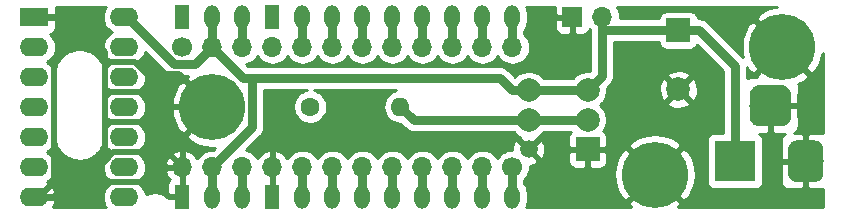
<source format=gbr>
G04 #@! TF.GenerationSoftware,KiCad,Pcbnew,(5.1.4)-1*
G04 #@! TF.CreationDate,2019-11-22T13:16:02+01:00*
G04 #@! TF.ProjectId,ArtNetNode1.2,4172744e-6574-44e6-9f64-65312e322e6b,rev?*
G04 #@! TF.SameCoordinates,Original*
G04 #@! TF.FileFunction,Copper,L1,Top*
G04 #@! TF.FilePolarity,Positive*
%FSLAX46Y46*%
G04 Gerber Fmt 4.6, Leading zero omitted, Abs format (unit mm)*
G04 Created by KiCad (PCBNEW (5.1.4)-1) date 2019-11-22 13:16:02*
%MOMM*%
%LPD*%
G04 APERTURE LIST*
%ADD10C,2.000000*%
%ADD11R,2.000000X2.000000*%
%ADD12C,1.500000*%
%ADD13O,1.700000X1.700000*%
%ADD14R,1.700000X1.700000*%
%ADD15C,5.600000*%
%ADD16O,1.300000X2.000000*%
%ADD17R,1.300000X2.000000*%
%ADD18C,1.700000*%
%ADD19R,3.500000X3.500000*%
%ADD20C,0.100000*%
%ADD21C,3.000000*%
%ADD22C,3.500000*%
%ADD23C,1.600000*%
%ADD24O,1.600000X1.600000*%
%ADD25R,2.400000X1.600000*%
%ADD26O,2.400000X1.600000*%
%ADD27C,0.800000*%
%ADD28C,0.508000*%
%ADD29C,0.762000*%
%ADD30C,0.254000*%
G04 APERTURE END LIST*
D10*
X209580000Y-64620000D03*
X209580000Y-67120000D03*
D11*
X209580000Y-69620000D03*
D12*
X204580000Y-69620000D03*
D10*
X204580000Y-67120000D03*
X204580000Y-64620000D03*
D11*
X217259600Y-59546000D03*
D10*
X217259600Y-64546000D03*
D13*
X210820000Y-58420000D03*
D14*
X208280000Y-58420000D03*
D15*
X177800000Y-66040000D03*
D16*
X193050000Y-58420000D03*
X195590000Y-58420000D03*
X190510000Y-58420000D03*
X177810000Y-58420000D03*
X180350000Y-58420000D03*
D17*
X182890000Y-58420000D03*
D16*
X187970000Y-58420000D03*
X185430000Y-58420000D03*
X185430000Y-73660000D03*
X187970000Y-73660000D03*
X200670000Y-58420000D03*
X190510000Y-73660000D03*
X193050000Y-73660000D03*
X203210000Y-73660000D03*
X195590000Y-73660000D03*
X203210000Y-58420000D03*
X200670000Y-73660000D03*
D17*
X175270000Y-58420000D03*
D16*
X198130000Y-73660000D03*
X198130000Y-58420000D03*
D17*
X182890000Y-73660000D03*
D16*
X180350000Y-73660000D03*
X177810000Y-73660000D03*
D17*
X175270000Y-73660000D03*
D13*
X203200000Y-60960000D03*
X200660000Y-60960000D03*
X198120000Y-60960000D03*
X195580000Y-60960000D03*
X193040000Y-60960000D03*
X190500000Y-60960000D03*
X187960000Y-60960000D03*
X185420000Y-60960000D03*
X182880000Y-60960000D03*
X180340000Y-60960000D03*
X177800000Y-60960000D03*
D18*
X175260000Y-60960000D03*
D13*
X175260000Y-71120000D03*
X177800000Y-71120000D03*
X180340000Y-71120000D03*
X182880000Y-71120000D03*
X185420000Y-71120000D03*
X187960000Y-71120000D03*
X190500000Y-71120000D03*
X193040000Y-71120000D03*
X195580000Y-71120000D03*
X198120000Y-71120000D03*
X200660000Y-71120000D03*
D18*
X203200000Y-71120000D03*
D15*
X215265000Y-71755000D03*
X226060000Y-60960000D03*
D19*
X222044000Y-70612000D03*
D20*
G36*
X228867513Y-68865611D02*
G01*
X228940318Y-68876411D01*
X229011714Y-68894295D01*
X229081013Y-68919090D01*
X229147548Y-68950559D01*
X229210678Y-68988398D01*
X229269795Y-69032242D01*
X229324330Y-69081670D01*
X229373758Y-69136205D01*
X229417602Y-69195322D01*
X229455441Y-69258452D01*
X229486910Y-69324987D01*
X229511705Y-69394286D01*
X229529589Y-69465682D01*
X229540389Y-69538487D01*
X229544000Y-69612000D01*
X229544000Y-71612000D01*
X229540389Y-71685513D01*
X229529589Y-71758318D01*
X229511705Y-71829714D01*
X229486910Y-71899013D01*
X229455441Y-71965548D01*
X229417602Y-72028678D01*
X229373758Y-72087795D01*
X229324330Y-72142330D01*
X229269795Y-72191758D01*
X229210678Y-72235602D01*
X229147548Y-72273441D01*
X229081013Y-72304910D01*
X229011714Y-72329705D01*
X228940318Y-72347589D01*
X228867513Y-72358389D01*
X228794000Y-72362000D01*
X227294000Y-72362000D01*
X227220487Y-72358389D01*
X227147682Y-72347589D01*
X227076286Y-72329705D01*
X227006987Y-72304910D01*
X226940452Y-72273441D01*
X226877322Y-72235602D01*
X226818205Y-72191758D01*
X226763670Y-72142330D01*
X226714242Y-72087795D01*
X226670398Y-72028678D01*
X226632559Y-71965548D01*
X226601090Y-71899013D01*
X226576295Y-71829714D01*
X226558411Y-71758318D01*
X226547611Y-71685513D01*
X226544000Y-71612000D01*
X226544000Y-69612000D01*
X226547611Y-69538487D01*
X226558411Y-69465682D01*
X226576295Y-69394286D01*
X226601090Y-69324987D01*
X226632559Y-69258452D01*
X226670398Y-69195322D01*
X226714242Y-69136205D01*
X226763670Y-69081670D01*
X226818205Y-69032242D01*
X226877322Y-68988398D01*
X226940452Y-68950559D01*
X227006987Y-68919090D01*
X227076286Y-68894295D01*
X227147682Y-68876411D01*
X227220487Y-68865611D01*
X227294000Y-68862000D01*
X228794000Y-68862000D01*
X228867513Y-68865611D01*
X228867513Y-68865611D01*
G37*
D21*
X228044000Y-70612000D03*
D20*
G36*
X226004765Y-64166213D02*
G01*
X226089704Y-64178813D01*
X226172999Y-64199677D01*
X226253848Y-64228605D01*
X226331472Y-64265319D01*
X226405124Y-64309464D01*
X226474094Y-64360616D01*
X226537718Y-64418282D01*
X226595384Y-64481906D01*
X226646536Y-64550876D01*
X226690681Y-64624528D01*
X226727395Y-64702152D01*
X226756323Y-64783001D01*
X226777187Y-64866296D01*
X226789787Y-64951235D01*
X226794000Y-65037000D01*
X226794000Y-66787000D01*
X226789787Y-66872765D01*
X226777187Y-66957704D01*
X226756323Y-67040999D01*
X226727395Y-67121848D01*
X226690681Y-67199472D01*
X226646536Y-67273124D01*
X226595384Y-67342094D01*
X226537718Y-67405718D01*
X226474094Y-67463384D01*
X226405124Y-67514536D01*
X226331472Y-67558681D01*
X226253848Y-67595395D01*
X226172999Y-67624323D01*
X226089704Y-67645187D01*
X226004765Y-67657787D01*
X225919000Y-67662000D01*
X224169000Y-67662000D01*
X224083235Y-67657787D01*
X223998296Y-67645187D01*
X223915001Y-67624323D01*
X223834152Y-67595395D01*
X223756528Y-67558681D01*
X223682876Y-67514536D01*
X223613906Y-67463384D01*
X223550282Y-67405718D01*
X223492616Y-67342094D01*
X223441464Y-67273124D01*
X223397319Y-67199472D01*
X223360605Y-67121848D01*
X223331677Y-67040999D01*
X223310813Y-66957704D01*
X223298213Y-66872765D01*
X223294000Y-66787000D01*
X223294000Y-65037000D01*
X223298213Y-64951235D01*
X223310813Y-64866296D01*
X223331677Y-64783001D01*
X223360605Y-64702152D01*
X223397319Y-64624528D01*
X223441464Y-64550876D01*
X223492616Y-64481906D01*
X223550282Y-64418282D01*
X223613906Y-64360616D01*
X223682876Y-64309464D01*
X223756528Y-64265319D01*
X223834152Y-64228605D01*
X223915001Y-64199677D01*
X223998296Y-64178813D01*
X224083235Y-64166213D01*
X224169000Y-64162000D01*
X225919000Y-64162000D01*
X226004765Y-64166213D01*
X226004765Y-64166213D01*
G37*
D22*
X225044000Y-65912000D03*
D23*
X186093800Y-65997600D03*
D24*
X193713800Y-65997600D03*
D25*
X162725800Y-58420000D03*
D26*
X170345800Y-73660000D03*
X162725800Y-60960000D03*
X170345800Y-71120000D03*
X162725800Y-63500000D03*
X170345800Y-68580000D03*
X162725800Y-66040000D03*
X170345800Y-66040000D03*
X162725800Y-68580000D03*
X170345800Y-63500000D03*
X162725800Y-71120000D03*
X170345800Y-60960000D03*
X162725800Y-73660000D03*
X170345800Y-58420000D03*
D27*
X182626000Y-66548000D03*
X182626000Y-65278000D03*
X183896000Y-66548000D03*
X183896000Y-65278000D03*
D28*
X193866200Y-65845200D02*
X193713800Y-65997600D01*
D29*
X193751900Y-65959500D02*
X193713800Y-65997600D01*
X194836200Y-67120000D02*
X193713800Y-65997600D01*
X204580000Y-67120000D02*
X194836200Y-67120000D01*
X204580000Y-67120000D02*
X209580000Y-67120000D01*
X177788000Y-73638000D02*
X177810000Y-73660000D01*
X177788000Y-58442000D02*
X177810000Y-58420000D01*
X170745800Y-58403000D02*
X170345800Y-58403000D01*
X170745800Y-58420000D02*
X170345800Y-58420000D01*
X217259600Y-59546000D02*
X210896500Y-59546000D01*
X177810000Y-71130000D02*
X177800000Y-71120000D01*
X177810000Y-73660000D02*
X177810000Y-71130000D01*
X177800000Y-58430000D02*
X177810000Y-58420000D01*
X177800000Y-60960000D02*
X177800000Y-58430000D01*
X180420000Y-63580000D02*
X177800000Y-60960000D01*
X176950001Y-61809999D02*
X177800000Y-60960000D01*
X176368999Y-62391001D02*
X176950001Y-61809999D01*
X174573119Y-62391001D02*
X176368999Y-62391001D01*
X170602118Y-58420000D02*
X174573119Y-62391001D01*
X170345800Y-58420000D02*
X170602118Y-58420000D01*
X210820000Y-59469500D02*
X210896500Y-59546000D01*
X210820000Y-58420000D02*
X210820000Y-59469500D01*
X181181001Y-63580999D02*
X181182000Y-63580000D01*
X181181001Y-67738999D02*
X181181001Y-63580999D01*
X177800000Y-71120000D02*
X181181001Y-67738999D01*
X182800000Y-63580000D02*
X181182000Y-63580000D01*
X181182000Y-63580000D02*
X180420000Y-63580000D01*
X222044000Y-62568400D02*
X222044000Y-70612000D01*
X217259600Y-59546000D02*
X219021600Y-59546000D01*
X219021600Y-59546000D02*
X222044000Y-62568400D01*
X210820000Y-63380000D02*
X209580000Y-64620000D01*
X210820000Y-59469500D02*
X210820000Y-63380000D01*
X209580000Y-64620000D02*
X204580000Y-64620000D01*
X202125787Y-63580000D02*
X182800000Y-63580000D01*
X203165787Y-64620000D02*
X202125787Y-63580000D01*
X204580000Y-64620000D02*
X203165787Y-64620000D01*
D28*
X165632363Y-73660000D02*
X164433800Y-73660000D01*
X174005990Y-69865990D02*
X169426373Y-69865990D01*
X175260000Y-71120000D02*
X174005990Y-69865990D01*
X174112000Y-73660000D02*
X175270000Y-73660000D01*
X172857990Y-72405990D02*
X174112000Y-73660000D01*
X164433800Y-73660000D02*
X165687810Y-72405990D01*
X162725800Y-73660000D02*
X164433800Y-73660000D01*
X163125800Y-73660000D02*
X162725800Y-73660000D01*
X164433800Y-72352000D02*
X163125800Y-73660000D01*
X162725800Y-58420000D02*
X163125800Y-58420000D01*
X165687810Y-72405990D02*
X172857990Y-72405990D01*
X162725800Y-58420000D02*
X165735000Y-58420000D01*
X168691790Y-70266790D02*
X168858682Y-70433682D01*
X165735000Y-58420000D02*
X168691790Y-61376790D01*
X169426373Y-69865990D02*
X168858682Y-70433682D01*
X168858682Y-70433682D02*
X165632363Y-73660000D01*
D29*
X173840203Y-66040000D02*
X172974000Y-66906203D01*
D28*
X164433800Y-58420000D02*
X162725800Y-58420000D01*
X164515917Y-58420000D02*
X164433800Y-58420000D01*
X172259238Y-63240001D02*
X171233247Y-62214010D01*
X175000001Y-63240001D02*
X172259238Y-63240001D01*
X177800000Y-66040000D02*
X175000001Y-63240001D01*
X168711590Y-64754010D02*
X168691790Y-64734210D01*
X172554213Y-64754010D02*
X168711590Y-64754010D01*
X173840203Y-66040000D02*
X172554213Y-64754010D01*
X168691790Y-61376790D02*
X168691790Y-64734210D01*
X168711590Y-67294010D02*
X168691790Y-67274210D01*
X172586193Y-67294010D02*
X168711590Y-67294010D01*
X173840203Y-66040000D02*
X172586193Y-67294010D01*
X177800000Y-66040000D02*
X173840203Y-66040000D01*
X168691790Y-64734210D02*
X168691790Y-67274210D01*
X168691790Y-67274210D02*
X168691790Y-70266790D01*
X171233247Y-62214010D02*
X168925990Y-62214010D01*
X164379810Y-72405990D02*
X164379810Y-62271810D01*
X163125800Y-73660000D02*
X164379810Y-72405990D01*
D29*
X203188000Y-58442000D02*
X203210000Y-58420000D01*
X203200000Y-58430000D02*
X203210000Y-58420000D01*
X203200000Y-60960000D02*
X203200000Y-58430000D01*
D30*
X163125800Y-60943000D02*
X162725800Y-60943000D01*
X200670000Y-58420000D02*
X200670000Y-58070000D01*
D29*
X200670000Y-60950000D02*
X200660000Y-60960000D01*
X200670000Y-58420000D02*
X200670000Y-60950000D01*
X198108000Y-58442000D02*
X198130000Y-58420000D01*
X198130000Y-60950000D02*
X198120000Y-60960000D01*
X198130000Y-58420000D02*
X198130000Y-60950000D01*
X195568000Y-58442000D02*
X195590000Y-58420000D01*
X195580000Y-58430000D02*
X195590000Y-58420000D01*
X195580000Y-60960000D02*
X195580000Y-58430000D01*
X193028000Y-58442000D02*
X193050000Y-58420000D01*
X193050000Y-60950000D02*
X193040000Y-60960000D01*
X193050000Y-58420000D02*
X193050000Y-60950000D01*
X190488000Y-58442000D02*
X190510000Y-58420000D01*
X190500000Y-58430000D02*
X190510000Y-58420000D01*
X190500000Y-60960000D02*
X190500000Y-58430000D01*
X187948000Y-58442000D02*
X187970000Y-58420000D01*
X187970000Y-60950000D02*
X187960000Y-60960000D01*
X187970000Y-58420000D02*
X187970000Y-60950000D01*
X185408000Y-58442000D02*
X185430000Y-58420000D01*
X185420000Y-58430000D02*
X185430000Y-58420000D01*
X185420000Y-60960000D02*
X185420000Y-58430000D01*
X180328000Y-58442000D02*
X180350000Y-58420000D01*
X180350000Y-60950000D02*
X180340000Y-60960000D01*
X180350000Y-58420000D02*
X180350000Y-60950000D01*
X180328000Y-73638000D02*
X180350000Y-73660000D01*
X180340000Y-73650000D02*
X180350000Y-73660000D01*
X180340000Y-71120000D02*
X180340000Y-73650000D01*
X185408000Y-73638000D02*
X185430000Y-73660000D01*
X185430000Y-71130000D02*
X185420000Y-71120000D01*
X185430000Y-73660000D02*
X185430000Y-71130000D01*
X187960000Y-73650000D02*
X187970000Y-73660000D01*
X187960000Y-71120000D02*
X187960000Y-73650000D01*
X190510000Y-71130000D02*
X190500000Y-71120000D01*
X190510000Y-73660000D02*
X190510000Y-71130000D01*
X193040000Y-73650000D02*
X193050000Y-73660000D01*
X193040000Y-71120000D02*
X193040000Y-73650000D01*
X195590000Y-71130000D02*
X195580000Y-71120000D01*
X195590000Y-73660000D02*
X195590000Y-71130000D01*
X198120000Y-73650000D02*
X198130000Y-73660000D01*
X198120000Y-71120000D02*
X198120000Y-73650000D01*
X200670000Y-71130000D02*
X200660000Y-71120000D01*
X200670000Y-73660000D02*
X200670000Y-71130000D01*
X203200000Y-73650000D02*
X203210000Y-73660000D01*
X203200000Y-71120000D02*
X203200000Y-73650000D01*
D30*
G36*
X225394977Y-57573051D02*
G01*
X224746994Y-57767870D01*
X224149470Y-58085361D01*
X224135308Y-58094823D01*
X223823124Y-58543519D01*
X226060000Y-60780395D01*
X226074143Y-60766253D01*
X226253748Y-60945858D01*
X226239605Y-60960000D01*
X228476481Y-63196876D01*
X228925177Y-62884692D01*
X229245612Y-62288741D01*
X229443626Y-61641727D01*
X229464000Y-61439973D01*
X229464001Y-68224130D01*
X228329750Y-68227000D01*
X228171000Y-68385750D01*
X228171000Y-70485000D01*
X228191000Y-70485000D01*
X228191000Y-70739000D01*
X228171000Y-70739000D01*
X228171000Y-72838250D01*
X228329750Y-72997000D01*
X229464001Y-72999870D01*
X229464001Y-74524000D01*
X217256608Y-74524000D01*
X217501876Y-74171481D01*
X215265000Y-71934605D01*
X213028124Y-74171481D01*
X213273392Y-74524000D01*
X204392307Y-74524000D01*
X204402929Y-74504127D01*
X204476407Y-74261903D01*
X204495000Y-74073122D01*
X204495000Y-73246877D01*
X204476407Y-73058096D01*
X204402929Y-72815873D01*
X204283608Y-72592638D01*
X204216000Y-72510258D01*
X204216000Y-72204107D01*
X204353475Y-72066632D01*
X204515990Y-71823411D01*
X204547854Y-71746484D01*
X211813390Y-71746484D01*
X211878051Y-72420023D01*
X212072870Y-73068006D01*
X212390361Y-73665530D01*
X212399823Y-73679692D01*
X212848519Y-73991876D01*
X215085395Y-71755000D01*
X215444605Y-71755000D01*
X217681481Y-73991876D01*
X218130177Y-73679692D01*
X218450612Y-73083741D01*
X218648626Y-72436727D01*
X218716610Y-71763516D01*
X218651949Y-71089977D01*
X218457130Y-70441994D01*
X218139639Y-69844470D01*
X218130177Y-69830308D01*
X217681481Y-69518124D01*
X215444605Y-71755000D01*
X215085395Y-71755000D01*
X212848519Y-69518124D01*
X212399823Y-69830308D01*
X212079388Y-70426259D01*
X211881374Y-71073273D01*
X211813390Y-71746484D01*
X204547854Y-71746484D01*
X204627932Y-71553158D01*
X204685000Y-71266260D01*
X204685000Y-71004889D01*
X204922238Y-70968965D01*
X205178832Y-70876277D01*
X205291863Y-70815860D01*
X205345590Y-70620000D01*
X207941928Y-70620000D01*
X207954188Y-70744482D01*
X207990498Y-70864180D01*
X208049463Y-70974494D01*
X208128815Y-71071185D01*
X208225506Y-71150537D01*
X208335820Y-71209502D01*
X208455518Y-71245812D01*
X208580000Y-71258072D01*
X209294250Y-71255000D01*
X209453000Y-71096250D01*
X209453000Y-69747000D01*
X209707000Y-69747000D01*
X209707000Y-71096250D01*
X209865750Y-71255000D01*
X210580000Y-71258072D01*
X210704482Y-71245812D01*
X210824180Y-71209502D01*
X210934494Y-71150537D01*
X211031185Y-71071185D01*
X211110537Y-70974494D01*
X211169502Y-70864180D01*
X211205812Y-70744482D01*
X211218072Y-70620000D01*
X211215000Y-69905750D01*
X211056250Y-69747000D01*
X209707000Y-69747000D01*
X209453000Y-69747000D01*
X208103750Y-69747000D01*
X207945000Y-69905750D01*
X207941928Y-70620000D01*
X205345590Y-70620000D01*
X205357388Y-70576993D01*
X204580000Y-69799605D01*
X204565858Y-69813748D01*
X204386253Y-69634143D01*
X204400395Y-69620000D01*
X204759605Y-69620000D01*
X205536993Y-70397388D01*
X205775860Y-70331863D01*
X205891760Y-70084884D01*
X205957250Y-69820040D01*
X205969812Y-69547508D01*
X205928965Y-69277762D01*
X205836277Y-69021168D01*
X205775860Y-68908137D01*
X205536993Y-68842612D01*
X204759605Y-69620000D01*
X204400395Y-69620000D01*
X203623007Y-68842612D01*
X203384140Y-68908137D01*
X203268240Y-69155116D01*
X203202750Y-69419960D01*
X203192838Y-69635000D01*
X203053740Y-69635000D01*
X202766842Y-69692068D01*
X202496589Y-69804010D01*
X202253368Y-69966525D01*
X202046525Y-70173368D01*
X201930585Y-70346885D01*
X201900706Y-70290986D01*
X201715134Y-70064866D01*
X201489014Y-69879294D01*
X201231034Y-69741401D01*
X200951111Y-69656487D01*
X200732950Y-69635000D01*
X200587050Y-69635000D01*
X200368889Y-69656487D01*
X200088966Y-69741401D01*
X199830986Y-69879294D01*
X199604866Y-70064866D01*
X199419294Y-70290986D01*
X199390000Y-70345791D01*
X199360706Y-70290986D01*
X199175134Y-70064866D01*
X198949014Y-69879294D01*
X198691034Y-69741401D01*
X198411111Y-69656487D01*
X198192950Y-69635000D01*
X198047050Y-69635000D01*
X197828889Y-69656487D01*
X197548966Y-69741401D01*
X197290986Y-69879294D01*
X197064866Y-70064866D01*
X196879294Y-70290986D01*
X196850000Y-70345791D01*
X196820706Y-70290986D01*
X196635134Y-70064866D01*
X196409014Y-69879294D01*
X196151034Y-69741401D01*
X195871111Y-69656487D01*
X195652950Y-69635000D01*
X195507050Y-69635000D01*
X195288889Y-69656487D01*
X195008966Y-69741401D01*
X194750986Y-69879294D01*
X194524866Y-70064866D01*
X194339294Y-70290986D01*
X194310000Y-70345791D01*
X194280706Y-70290986D01*
X194095134Y-70064866D01*
X193869014Y-69879294D01*
X193611034Y-69741401D01*
X193331111Y-69656487D01*
X193112950Y-69635000D01*
X192967050Y-69635000D01*
X192748889Y-69656487D01*
X192468966Y-69741401D01*
X192210986Y-69879294D01*
X191984866Y-70064866D01*
X191799294Y-70290986D01*
X191770000Y-70345791D01*
X191740706Y-70290986D01*
X191555134Y-70064866D01*
X191329014Y-69879294D01*
X191071034Y-69741401D01*
X190791111Y-69656487D01*
X190572950Y-69635000D01*
X190427050Y-69635000D01*
X190208889Y-69656487D01*
X189928966Y-69741401D01*
X189670986Y-69879294D01*
X189444866Y-70064866D01*
X189259294Y-70290986D01*
X189230000Y-70345791D01*
X189200706Y-70290986D01*
X189015134Y-70064866D01*
X188789014Y-69879294D01*
X188531034Y-69741401D01*
X188251111Y-69656487D01*
X188032950Y-69635000D01*
X187887050Y-69635000D01*
X187668889Y-69656487D01*
X187388966Y-69741401D01*
X187130986Y-69879294D01*
X186904866Y-70064866D01*
X186719294Y-70290986D01*
X186690000Y-70345791D01*
X186660706Y-70290986D01*
X186475134Y-70064866D01*
X186249014Y-69879294D01*
X185991034Y-69741401D01*
X185711111Y-69656487D01*
X185492950Y-69635000D01*
X185347050Y-69635000D01*
X185128889Y-69656487D01*
X184848966Y-69741401D01*
X184590986Y-69879294D01*
X184364866Y-70064866D01*
X184179294Y-70290986D01*
X184144799Y-70355523D01*
X184075178Y-70238645D01*
X183880269Y-70022412D01*
X183646920Y-69848359D01*
X183384099Y-69723175D01*
X183236890Y-69678524D01*
X183007000Y-69799845D01*
X183007000Y-70993000D01*
X183027000Y-70993000D01*
X183027000Y-71247000D01*
X183007000Y-71247000D01*
X183007000Y-72440155D01*
X183017000Y-72445432D01*
X183017000Y-73533000D01*
X183037000Y-73533000D01*
X183037000Y-73787000D01*
X183017000Y-73787000D01*
X183017000Y-73807000D01*
X182763000Y-73807000D01*
X182763000Y-73787000D01*
X182743000Y-73787000D01*
X182743000Y-73533000D01*
X182763000Y-73533000D01*
X182763000Y-72183750D01*
X182753000Y-72173750D01*
X182753000Y-71247000D01*
X182733000Y-71247000D01*
X182733000Y-70993000D01*
X182753000Y-70993000D01*
X182753000Y-69799845D01*
X182523110Y-69678524D01*
X182375901Y-69723175D01*
X182113080Y-69848359D01*
X181879731Y-70022412D01*
X181684822Y-70238645D01*
X181615201Y-70355523D01*
X181580706Y-70290986D01*
X181395134Y-70064866D01*
X181169014Y-69879294D01*
X180911034Y-69741401D01*
X180684238Y-69672603D01*
X181864134Y-68492707D01*
X181902897Y-68460895D01*
X182029861Y-68306189D01*
X182124203Y-68129686D01*
X182174254Y-67964692D01*
X182182299Y-67938171D01*
X182192413Y-67835480D01*
X182197001Y-67788901D01*
X182197001Y-67788894D01*
X182201915Y-67739000D01*
X182197001Y-67689106D01*
X182197001Y-64596000D01*
X185784554Y-64596000D01*
X185675226Y-64617747D01*
X185414073Y-64725920D01*
X185179041Y-64882963D01*
X184979163Y-65082841D01*
X184822120Y-65317873D01*
X184713947Y-65579026D01*
X184658800Y-65856265D01*
X184658800Y-66138935D01*
X184713947Y-66416174D01*
X184822120Y-66677327D01*
X184979163Y-66912359D01*
X185179041Y-67112237D01*
X185414073Y-67269280D01*
X185675226Y-67377453D01*
X185952465Y-67432600D01*
X186235135Y-67432600D01*
X186512374Y-67377453D01*
X186773527Y-67269280D01*
X187008559Y-67112237D01*
X187208437Y-66912359D01*
X187365480Y-66677327D01*
X187473653Y-66416174D01*
X187528800Y-66138935D01*
X187528800Y-65856265D01*
X187473653Y-65579026D01*
X187365480Y-65317873D01*
X187208437Y-65082841D01*
X187008559Y-64882963D01*
X186773527Y-64725920D01*
X186512374Y-64617747D01*
X186403046Y-64596000D01*
X193390835Y-64596000D01*
X193161992Y-64665418D01*
X192912699Y-64798668D01*
X192694192Y-64977992D01*
X192514868Y-65196499D01*
X192381618Y-65445792D01*
X192299564Y-65716291D01*
X192271857Y-65997600D01*
X192299564Y-66278909D01*
X192381618Y-66549408D01*
X192514868Y-66798701D01*
X192694192Y-67017208D01*
X192912699Y-67196532D01*
X193161992Y-67329782D01*
X193432491Y-67411836D01*
X193643308Y-67432600D01*
X193711959Y-67432600D01*
X194082492Y-67803133D01*
X194114304Y-67841896D01*
X194269010Y-67968860D01*
X194445513Y-68063202D01*
X194637029Y-68121298D01*
X194786298Y-68136000D01*
X194786305Y-68136000D01*
X194836199Y-68140914D01*
X194886093Y-68136000D01*
X203292472Y-68136000D01*
X203310013Y-68162252D01*
X203537748Y-68389987D01*
X203805537Y-68568918D01*
X203826087Y-68577430D01*
X203802612Y-68663007D01*
X204580000Y-69440395D01*
X205357388Y-68663007D01*
X205333913Y-68577430D01*
X205354463Y-68568918D01*
X205622252Y-68389987D01*
X205849987Y-68162252D01*
X205867528Y-68136000D01*
X208168800Y-68136000D01*
X208128815Y-68168815D01*
X208049463Y-68265506D01*
X207990498Y-68375820D01*
X207954188Y-68495518D01*
X207941928Y-68620000D01*
X207945000Y-69334250D01*
X208103750Y-69493000D01*
X209453000Y-69493000D01*
X209453000Y-69473000D01*
X209707000Y-69473000D01*
X209707000Y-69493000D01*
X211056250Y-69493000D01*
X211210731Y-69338519D01*
X213028124Y-69338519D01*
X215265000Y-71575395D01*
X217501876Y-69338519D01*
X217189692Y-68889823D01*
X216593741Y-68569388D01*
X215946727Y-68371374D01*
X215273516Y-68303390D01*
X214599977Y-68368051D01*
X213951994Y-68562870D01*
X213354470Y-68880361D01*
X213340308Y-68889823D01*
X213028124Y-69338519D01*
X211210731Y-69338519D01*
X211215000Y-69334250D01*
X211218072Y-68620000D01*
X211205812Y-68495518D01*
X211169502Y-68375820D01*
X211110537Y-68265506D01*
X211031185Y-68168815D01*
X210934494Y-68089463D01*
X210908063Y-68075335D01*
X211028918Y-67894463D01*
X211152168Y-67596912D01*
X211215000Y-67281033D01*
X211215000Y-66958967D01*
X211152168Y-66643088D01*
X211028918Y-66345537D01*
X210849987Y-66077748D01*
X210642239Y-65870000D01*
X210830826Y-65681413D01*
X216303792Y-65681413D01*
X216399556Y-65945814D01*
X216689171Y-66086704D01*
X217000708Y-66168384D01*
X217322195Y-66187718D01*
X217641275Y-66143961D01*
X217945688Y-66038795D01*
X218119644Y-65945814D01*
X218215408Y-65681413D01*
X217259600Y-64725605D01*
X216303792Y-65681413D01*
X210830826Y-65681413D01*
X210849987Y-65662252D01*
X211028918Y-65394463D01*
X211152168Y-65096912D01*
X211215000Y-64781033D01*
X211215000Y-64608595D01*
X215617882Y-64608595D01*
X215661639Y-64927675D01*
X215766805Y-65232088D01*
X215859786Y-65406044D01*
X216124187Y-65501808D01*
X217079995Y-64546000D01*
X217439205Y-64546000D01*
X218395013Y-65501808D01*
X218659414Y-65406044D01*
X218800304Y-65116429D01*
X218881984Y-64804892D01*
X218901318Y-64483405D01*
X218857561Y-64164325D01*
X218752395Y-63859912D01*
X218659414Y-63685956D01*
X218395013Y-63590192D01*
X217439205Y-64546000D01*
X217079995Y-64546000D01*
X216124187Y-63590192D01*
X215859786Y-63685956D01*
X215718896Y-63975571D01*
X215637216Y-64287108D01*
X215617882Y-64608595D01*
X211215000Y-64608595D01*
X211215000Y-64458967D01*
X211208840Y-64428000D01*
X211503133Y-64133708D01*
X211541896Y-64101896D01*
X211668860Y-63947190D01*
X211763202Y-63770687D01*
X211821298Y-63579171D01*
X211836000Y-63429902D01*
X211837902Y-63410587D01*
X216303792Y-63410587D01*
X217259600Y-64366395D01*
X218215408Y-63410587D01*
X218119644Y-63146186D01*
X217830029Y-63005296D01*
X217518492Y-62923616D01*
X217197005Y-62904282D01*
X216877925Y-62948039D01*
X216573512Y-63053205D01*
X216399556Y-63146186D01*
X216303792Y-63410587D01*
X211837902Y-63410587D01*
X211840915Y-63380000D01*
X211836000Y-63330098D01*
X211836000Y-60562000D01*
X215623104Y-60562000D01*
X215633788Y-60670482D01*
X215670098Y-60790180D01*
X215729063Y-60900494D01*
X215808415Y-60997185D01*
X215905106Y-61076537D01*
X216015420Y-61135502D01*
X216135118Y-61171812D01*
X216259600Y-61184072D01*
X218259600Y-61184072D01*
X218384082Y-61171812D01*
X218503780Y-61135502D01*
X218614094Y-61076537D01*
X218710785Y-60997185D01*
X218790137Y-60900494D01*
X218842079Y-60803319D01*
X221028000Y-62989241D01*
X221028001Y-68223928D01*
X220294000Y-68223928D01*
X220169518Y-68236188D01*
X220049820Y-68272498D01*
X219939506Y-68331463D01*
X219842815Y-68410815D01*
X219763463Y-68507506D01*
X219704498Y-68617820D01*
X219668188Y-68737518D01*
X219655928Y-68862000D01*
X219655928Y-72362000D01*
X219668188Y-72486482D01*
X219704498Y-72606180D01*
X219763463Y-72716494D01*
X219842815Y-72813185D01*
X219939506Y-72892537D01*
X220049820Y-72951502D01*
X220169518Y-72987812D01*
X220294000Y-73000072D01*
X223794000Y-73000072D01*
X223918482Y-72987812D01*
X224038180Y-72951502D01*
X224148494Y-72892537D01*
X224245185Y-72813185D01*
X224324537Y-72716494D01*
X224383502Y-72606180D01*
X224419812Y-72486482D01*
X224432072Y-72362000D01*
X225905928Y-72362000D01*
X225918188Y-72486482D01*
X225954498Y-72606180D01*
X226013463Y-72716494D01*
X226092815Y-72813185D01*
X226189506Y-72892537D01*
X226299820Y-72951502D01*
X226419518Y-72987812D01*
X226544000Y-73000072D01*
X227758250Y-72997000D01*
X227917000Y-72838250D01*
X227917000Y-70739000D01*
X226067750Y-70739000D01*
X225909000Y-70897750D01*
X225905928Y-72362000D01*
X224432072Y-72362000D01*
X224432072Y-68862000D01*
X224419812Y-68737518D01*
X224383502Y-68617820D01*
X224324537Y-68507506D01*
X224245185Y-68410815D01*
X224148494Y-68331463D01*
X224086655Y-68298409D01*
X224758250Y-68297000D01*
X224917000Y-68138250D01*
X224917000Y-66039000D01*
X225171000Y-66039000D01*
X225171000Y-68138250D01*
X225329750Y-68297000D01*
X226250367Y-68298931D01*
X226189506Y-68331463D01*
X226092815Y-68410815D01*
X226013463Y-68507506D01*
X225954498Y-68617820D01*
X225918188Y-68737518D01*
X225905928Y-68862000D01*
X225909000Y-70326250D01*
X226067750Y-70485000D01*
X227917000Y-70485000D01*
X227917000Y-68385750D01*
X227758250Y-68227000D01*
X227087195Y-68225302D01*
X227148494Y-68192537D01*
X227245185Y-68113185D01*
X227324537Y-68016494D01*
X227383502Y-67906180D01*
X227419812Y-67786482D01*
X227432072Y-67662000D01*
X227429000Y-66197750D01*
X227270250Y-66039000D01*
X225171000Y-66039000D01*
X224917000Y-66039000D01*
X224897000Y-66039000D01*
X224897000Y-65785000D01*
X224917000Y-65785000D01*
X224917000Y-65765000D01*
X225171000Y-65765000D01*
X225171000Y-65785000D01*
X227270250Y-65785000D01*
X227429000Y-65626250D01*
X227432072Y-64162000D01*
X227428211Y-64122797D01*
X227970530Y-63834639D01*
X227984692Y-63825177D01*
X228296876Y-63376481D01*
X226060000Y-61139605D01*
X223823124Y-63376481D01*
X223926635Y-63525255D01*
X223294000Y-63523928D01*
X223169518Y-63536188D01*
X223060000Y-63569410D01*
X223060000Y-62634598D01*
X223185361Y-62870530D01*
X223194823Y-62884692D01*
X223643519Y-63196876D01*
X225880395Y-60960000D01*
X223643519Y-58723124D01*
X223194823Y-59035308D01*
X222874388Y-59631259D01*
X222676374Y-60278273D01*
X222608390Y-60951484D01*
X222673051Y-61625023D01*
X222731040Y-61817898D01*
X222727133Y-61814692D01*
X219775312Y-58862872D01*
X219743496Y-58824104D01*
X219588790Y-58697140D01*
X219412287Y-58602798D01*
X219220771Y-58544702D01*
X219071502Y-58530000D01*
X219021600Y-58525085D01*
X218971698Y-58530000D01*
X218896096Y-58530000D01*
X218885412Y-58421518D01*
X218849102Y-58301820D01*
X218790137Y-58191506D01*
X218710785Y-58094815D01*
X218614094Y-58015463D01*
X218503780Y-57956498D01*
X218384082Y-57920188D01*
X218259600Y-57907928D01*
X216259600Y-57907928D01*
X216135118Y-57920188D01*
X216015420Y-57956498D01*
X215905106Y-58015463D01*
X215808415Y-58094815D01*
X215729063Y-58191506D01*
X215670098Y-58301820D01*
X215633788Y-58421518D01*
X215623104Y-58530000D01*
X212301351Y-58530000D01*
X212312185Y-58420000D01*
X212283513Y-58128889D01*
X212198599Y-57848966D01*
X212060706Y-57590986D01*
X212031994Y-57556000D01*
X225572588Y-57556000D01*
X225394977Y-57573051D01*
X225394977Y-57573051D01*
G37*
X225394977Y-57573051D02*
X224746994Y-57767870D01*
X224149470Y-58085361D01*
X224135308Y-58094823D01*
X223823124Y-58543519D01*
X226060000Y-60780395D01*
X226074143Y-60766253D01*
X226253748Y-60945858D01*
X226239605Y-60960000D01*
X228476481Y-63196876D01*
X228925177Y-62884692D01*
X229245612Y-62288741D01*
X229443626Y-61641727D01*
X229464000Y-61439973D01*
X229464001Y-68224130D01*
X228329750Y-68227000D01*
X228171000Y-68385750D01*
X228171000Y-70485000D01*
X228191000Y-70485000D01*
X228191000Y-70739000D01*
X228171000Y-70739000D01*
X228171000Y-72838250D01*
X228329750Y-72997000D01*
X229464001Y-72999870D01*
X229464001Y-74524000D01*
X217256608Y-74524000D01*
X217501876Y-74171481D01*
X215265000Y-71934605D01*
X213028124Y-74171481D01*
X213273392Y-74524000D01*
X204392307Y-74524000D01*
X204402929Y-74504127D01*
X204476407Y-74261903D01*
X204495000Y-74073122D01*
X204495000Y-73246877D01*
X204476407Y-73058096D01*
X204402929Y-72815873D01*
X204283608Y-72592638D01*
X204216000Y-72510258D01*
X204216000Y-72204107D01*
X204353475Y-72066632D01*
X204515990Y-71823411D01*
X204547854Y-71746484D01*
X211813390Y-71746484D01*
X211878051Y-72420023D01*
X212072870Y-73068006D01*
X212390361Y-73665530D01*
X212399823Y-73679692D01*
X212848519Y-73991876D01*
X215085395Y-71755000D01*
X215444605Y-71755000D01*
X217681481Y-73991876D01*
X218130177Y-73679692D01*
X218450612Y-73083741D01*
X218648626Y-72436727D01*
X218716610Y-71763516D01*
X218651949Y-71089977D01*
X218457130Y-70441994D01*
X218139639Y-69844470D01*
X218130177Y-69830308D01*
X217681481Y-69518124D01*
X215444605Y-71755000D01*
X215085395Y-71755000D01*
X212848519Y-69518124D01*
X212399823Y-69830308D01*
X212079388Y-70426259D01*
X211881374Y-71073273D01*
X211813390Y-71746484D01*
X204547854Y-71746484D01*
X204627932Y-71553158D01*
X204685000Y-71266260D01*
X204685000Y-71004889D01*
X204922238Y-70968965D01*
X205178832Y-70876277D01*
X205291863Y-70815860D01*
X205345590Y-70620000D01*
X207941928Y-70620000D01*
X207954188Y-70744482D01*
X207990498Y-70864180D01*
X208049463Y-70974494D01*
X208128815Y-71071185D01*
X208225506Y-71150537D01*
X208335820Y-71209502D01*
X208455518Y-71245812D01*
X208580000Y-71258072D01*
X209294250Y-71255000D01*
X209453000Y-71096250D01*
X209453000Y-69747000D01*
X209707000Y-69747000D01*
X209707000Y-71096250D01*
X209865750Y-71255000D01*
X210580000Y-71258072D01*
X210704482Y-71245812D01*
X210824180Y-71209502D01*
X210934494Y-71150537D01*
X211031185Y-71071185D01*
X211110537Y-70974494D01*
X211169502Y-70864180D01*
X211205812Y-70744482D01*
X211218072Y-70620000D01*
X211215000Y-69905750D01*
X211056250Y-69747000D01*
X209707000Y-69747000D01*
X209453000Y-69747000D01*
X208103750Y-69747000D01*
X207945000Y-69905750D01*
X207941928Y-70620000D01*
X205345590Y-70620000D01*
X205357388Y-70576993D01*
X204580000Y-69799605D01*
X204565858Y-69813748D01*
X204386253Y-69634143D01*
X204400395Y-69620000D01*
X204759605Y-69620000D01*
X205536993Y-70397388D01*
X205775860Y-70331863D01*
X205891760Y-70084884D01*
X205957250Y-69820040D01*
X205969812Y-69547508D01*
X205928965Y-69277762D01*
X205836277Y-69021168D01*
X205775860Y-68908137D01*
X205536993Y-68842612D01*
X204759605Y-69620000D01*
X204400395Y-69620000D01*
X203623007Y-68842612D01*
X203384140Y-68908137D01*
X203268240Y-69155116D01*
X203202750Y-69419960D01*
X203192838Y-69635000D01*
X203053740Y-69635000D01*
X202766842Y-69692068D01*
X202496589Y-69804010D01*
X202253368Y-69966525D01*
X202046525Y-70173368D01*
X201930585Y-70346885D01*
X201900706Y-70290986D01*
X201715134Y-70064866D01*
X201489014Y-69879294D01*
X201231034Y-69741401D01*
X200951111Y-69656487D01*
X200732950Y-69635000D01*
X200587050Y-69635000D01*
X200368889Y-69656487D01*
X200088966Y-69741401D01*
X199830986Y-69879294D01*
X199604866Y-70064866D01*
X199419294Y-70290986D01*
X199390000Y-70345791D01*
X199360706Y-70290986D01*
X199175134Y-70064866D01*
X198949014Y-69879294D01*
X198691034Y-69741401D01*
X198411111Y-69656487D01*
X198192950Y-69635000D01*
X198047050Y-69635000D01*
X197828889Y-69656487D01*
X197548966Y-69741401D01*
X197290986Y-69879294D01*
X197064866Y-70064866D01*
X196879294Y-70290986D01*
X196850000Y-70345791D01*
X196820706Y-70290986D01*
X196635134Y-70064866D01*
X196409014Y-69879294D01*
X196151034Y-69741401D01*
X195871111Y-69656487D01*
X195652950Y-69635000D01*
X195507050Y-69635000D01*
X195288889Y-69656487D01*
X195008966Y-69741401D01*
X194750986Y-69879294D01*
X194524866Y-70064866D01*
X194339294Y-70290986D01*
X194310000Y-70345791D01*
X194280706Y-70290986D01*
X194095134Y-70064866D01*
X193869014Y-69879294D01*
X193611034Y-69741401D01*
X193331111Y-69656487D01*
X193112950Y-69635000D01*
X192967050Y-69635000D01*
X192748889Y-69656487D01*
X192468966Y-69741401D01*
X192210986Y-69879294D01*
X191984866Y-70064866D01*
X191799294Y-70290986D01*
X191770000Y-70345791D01*
X191740706Y-70290986D01*
X191555134Y-70064866D01*
X191329014Y-69879294D01*
X191071034Y-69741401D01*
X190791111Y-69656487D01*
X190572950Y-69635000D01*
X190427050Y-69635000D01*
X190208889Y-69656487D01*
X189928966Y-69741401D01*
X189670986Y-69879294D01*
X189444866Y-70064866D01*
X189259294Y-70290986D01*
X189230000Y-70345791D01*
X189200706Y-70290986D01*
X189015134Y-70064866D01*
X188789014Y-69879294D01*
X188531034Y-69741401D01*
X188251111Y-69656487D01*
X188032950Y-69635000D01*
X187887050Y-69635000D01*
X187668889Y-69656487D01*
X187388966Y-69741401D01*
X187130986Y-69879294D01*
X186904866Y-70064866D01*
X186719294Y-70290986D01*
X186690000Y-70345791D01*
X186660706Y-70290986D01*
X186475134Y-70064866D01*
X186249014Y-69879294D01*
X185991034Y-69741401D01*
X185711111Y-69656487D01*
X185492950Y-69635000D01*
X185347050Y-69635000D01*
X185128889Y-69656487D01*
X184848966Y-69741401D01*
X184590986Y-69879294D01*
X184364866Y-70064866D01*
X184179294Y-70290986D01*
X184144799Y-70355523D01*
X184075178Y-70238645D01*
X183880269Y-70022412D01*
X183646920Y-69848359D01*
X183384099Y-69723175D01*
X183236890Y-69678524D01*
X183007000Y-69799845D01*
X183007000Y-70993000D01*
X183027000Y-70993000D01*
X183027000Y-71247000D01*
X183007000Y-71247000D01*
X183007000Y-72440155D01*
X183017000Y-72445432D01*
X183017000Y-73533000D01*
X183037000Y-73533000D01*
X183037000Y-73787000D01*
X183017000Y-73787000D01*
X183017000Y-73807000D01*
X182763000Y-73807000D01*
X182763000Y-73787000D01*
X182743000Y-73787000D01*
X182743000Y-73533000D01*
X182763000Y-73533000D01*
X182763000Y-72183750D01*
X182753000Y-72173750D01*
X182753000Y-71247000D01*
X182733000Y-71247000D01*
X182733000Y-70993000D01*
X182753000Y-70993000D01*
X182753000Y-69799845D01*
X182523110Y-69678524D01*
X182375901Y-69723175D01*
X182113080Y-69848359D01*
X181879731Y-70022412D01*
X181684822Y-70238645D01*
X181615201Y-70355523D01*
X181580706Y-70290986D01*
X181395134Y-70064866D01*
X181169014Y-69879294D01*
X180911034Y-69741401D01*
X180684238Y-69672603D01*
X181864134Y-68492707D01*
X181902897Y-68460895D01*
X182029861Y-68306189D01*
X182124203Y-68129686D01*
X182174254Y-67964692D01*
X182182299Y-67938171D01*
X182192413Y-67835480D01*
X182197001Y-67788901D01*
X182197001Y-67788894D01*
X182201915Y-67739000D01*
X182197001Y-67689106D01*
X182197001Y-64596000D01*
X185784554Y-64596000D01*
X185675226Y-64617747D01*
X185414073Y-64725920D01*
X185179041Y-64882963D01*
X184979163Y-65082841D01*
X184822120Y-65317873D01*
X184713947Y-65579026D01*
X184658800Y-65856265D01*
X184658800Y-66138935D01*
X184713947Y-66416174D01*
X184822120Y-66677327D01*
X184979163Y-66912359D01*
X185179041Y-67112237D01*
X185414073Y-67269280D01*
X185675226Y-67377453D01*
X185952465Y-67432600D01*
X186235135Y-67432600D01*
X186512374Y-67377453D01*
X186773527Y-67269280D01*
X187008559Y-67112237D01*
X187208437Y-66912359D01*
X187365480Y-66677327D01*
X187473653Y-66416174D01*
X187528800Y-66138935D01*
X187528800Y-65856265D01*
X187473653Y-65579026D01*
X187365480Y-65317873D01*
X187208437Y-65082841D01*
X187008559Y-64882963D01*
X186773527Y-64725920D01*
X186512374Y-64617747D01*
X186403046Y-64596000D01*
X193390835Y-64596000D01*
X193161992Y-64665418D01*
X192912699Y-64798668D01*
X192694192Y-64977992D01*
X192514868Y-65196499D01*
X192381618Y-65445792D01*
X192299564Y-65716291D01*
X192271857Y-65997600D01*
X192299564Y-66278909D01*
X192381618Y-66549408D01*
X192514868Y-66798701D01*
X192694192Y-67017208D01*
X192912699Y-67196532D01*
X193161992Y-67329782D01*
X193432491Y-67411836D01*
X193643308Y-67432600D01*
X193711959Y-67432600D01*
X194082492Y-67803133D01*
X194114304Y-67841896D01*
X194269010Y-67968860D01*
X194445513Y-68063202D01*
X194637029Y-68121298D01*
X194786298Y-68136000D01*
X194786305Y-68136000D01*
X194836199Y-68140914D01*
X194886093Y-68136000D01*
X203292472Y-68136000D01*
X203310013Y-68162252D01*
X203537748Y-68389987D01*
X203805537Y-68568918D01*
X203826087Y-68577430D01*
X203802612Y-68663007D01*
X204580000Y-69440395D01*
X205357388Y-68663007D01*
X205333913Y-68577430D01*
X205354463Y-68568918D01*
X205622252Y-68389987D01*
X205849987Y-68162252D01*
X205867528Y-68136000D01*
X208168800Y-68136000D01*
X208128815Y-68168815D01*
X208049463Y-68265506D01*
X207990498Y-68375820D01*
X207954188Y-68495518D01*
X207941928Y-68620000D01*
X207945000Y-69334250D01*
X208103750Y-69493000D01*
X209453000Y-69493000D01*
X209453000Y-69473000D01*
X209707000Y-69473000D01*
X209707000Y-69493000D01*
X211056250Y-69493000D01*
X211210731Y-69338519D01*
X213028124Y-69338519D01*
X215265000Y-71575395D01*
X217501876Y-69338519D01*
X217189692Y-68889823D01*
X216593741Y-68569388D01*
X215946727Y-68371374D01*
X215273516Y-68303390D01*
X214599977Y-68368051D01*
X213951994Y-68562870D01*
X213354470Y-68880361D01*
X213340308Y-68889823D01*
X213028124Y-69338519D01*
X211210731Y-69338519D01*
X211215000Y-69334250D01*
X211218072Y-68620000D01*
X211205812Y-68495518D01*
X211169502Y-68375820D01*
X211110537Y-68265506D01*
X211031185Y-68168815D01*
X210934494Y-68089463D01*
X210908063Y-68075335D01*
X211028918Y-67894463D01*
X211152168Y-67596912D01*
X211215000Y-67281033D01*
X211215000Y-66958967D01*
X211152168Y-66643088D01*
X211028918Y-66345537D01*
X210849987Y-66077748D01*
X210642239Y-65870000D01*
X210830826Y-65681413D01*
X216303792Y-65681413D01*
X216399556Y-65945814D01*
X216689171Y-66086704D01*
X217000708Y-66168384D01*
X217322195Y-66187718D01*
X217641275Y-66143961D01*
X217945688Y-66038795D01*
X218119644Y-65945814D01*
X218215408Y-65681413D01*
X217259600Y-64725605D01*
X216303792Y-65681413D01*
X210830826Y-65681413D01*
X210849987Y-65662252D01*
X211028918Y-65394463D01*
X211152168Y-65096912D01*
X211215000Y-64781033D01*
X211215000Y-64608595D01*
X215617882Y-64608595D01*
X215661639Y-64927675D01*
X215766805Y-65232088D01*
X215859786Y-65406044D01*
X216124187Y-65501808D01*
X217079995Y-64546000D01*
X217439205Y-64546000D01*
X218395013Y-65501808D01*
X218659414Y-65406044D01*
X218800304Y-65116429D01*
X218881984Y-64804892D01*
X218901318Y-64483405D01*
X218857561Y-64164325D01*
X218752395Y-63859912D01*
X218659414Y-63685956D01*
X218395013Y-63590192D01*
X217439205Y-64546000D01*
X217079995Y-64546000D01*
X216124187Y-63590192D01*
X215859786Y-63685956D01*
X215718896Y-63975571D01*
X215637216Y-64287108D01*
X215617882Y-64608595D01*
X211215000Y-64608595D01*
X211215000Y-64458967D01*
X211208840Y-64428000D01*
X211503133Y-64133708D01*
X211541896Y-64101896D01*
X211668860Y-63947190D01*
X211763202Y-63770687D01*
X211821298Y-63579171D01*
X211836000Y-63429902D01*
X211837902Y-63410587D01*
X216303792Y-63410587D01*
X217259600Y-64366395D01*
X218215408Y-63410587D01*
X218119644Y-63146186D01*
X217830029Y-63005296D01*
X217518492Y-62923616D01*
X217197005Y-62904282D01*
X216877925Y-62948039D01*
X216573512Y-63053205D01*
X216399556Y-63146186D01*
X216303792Y-63410587D01*
X211837902Y-63410587D01*
X211840915Y-63380000D01*
X211836000Y-63330098D01*
X211836000Y-60562000D01*
X215623104Y-60562000D01*
X215633788Y-60670482D01*
X215670098Y-60790180D01*
X215729063Y-60900494D01*
X215808415Y-60997185D01*
X215905106Y-61076537D01*
X216015420Y-61135502D01*
X216135118Y-61171812D01*
X216259600Y-61184072D01*
X218259600Y-61184072D01*
X218384082Y-61171812D01*
X218503780Y-61135502D01*
X218614094Y-61076537D01*
X218710785Y-60997185D01*
X218790137Y-60900494D01*
X218842079Y-60803319D01*
X221028000Y-62989241D01*
X221028001Y-68223928D01*
X220294000Y-68223928D01*
X220169518Y-68236188D01*
X220049820Y-68272498D01*
X219939506Y-68331463D01*
X219842815Y-68410815D01*
X219763463Y-68507506D01*
X219704498Y-68617820D01*
X219668188Y-68737518D01*
X219655928Y-68862000D01*
X219655928Y-72362000D01*
X219668188Y-72486482D01*
X219704498Y-72606180D01*
X219763463Y-72716494D01*
X219842815Y-72813185D01*
X219939506Y-72892537D01*
X220049820Y-72951502D01*
X220169518Y-72987812D01*
X220294000Y-73000072D01*
X223794000Y-73000072D01*
X223918482Y-72987812D01*
X224038180Y-72951502D01*
X224148494Y-72892537D01*
X224245185Y-72813185D01*
X224324537Y-72716494D01*
X224383502Y-72606180D01*
X224419812Y-72486482D01*
X224432072Y-72362000D01*
X225905928Y-72362000D01*
X225918188Y-72486482D01*
X225954498Y-72606180D01*
X226013463Y-72716494D01*
X226092815Y-72813185D01*
X226189506Y-72892537D01*
X226299820Y-72951502D01*
X226419518Y-72987812D01*
X226544000Y-73000072D01*
X227758250Y-72997000D01*
X227917000Y-72838250D01*
X227917000Y-70739000D01*
X226067750Y-70739000D01*
X225909000Y-70897750D01*
X225905928Y-72362000D01*
X224432072Y-72362000D01*
X224432072Y-68862000D01*
X224419812Y-68737518D01*
X224383502Y-68617820D01*
X224324537Y-68507506D01*
X224245185Y-68410815D01*
X224148494Y-68331463D01*
X224086655Y-68298409D01*
X224758250Y-68297000D01*
X224917000Y-68138250D01*
X224917000Y-66039000D01*
X225171000Y-66039000D01*
X225171000Y-68138250D01*
X225329750Y-68297000D01*
X226250367Y-68298931D01*
X226189506Y-68331463D01*
X226092815Y-68410815D01*
X226013463Y-68507506D01*
X225954498Y-68617820D01*
X225918188Y-68737518D01*
X225905928Y-68862000D01*
X225909000Y-70326250D01*
X226067750Y-70485000D01*
X227917000Y-70485000D01*
X227917000Y-68385750D01*
X227758250Y-68227000D01*
X227087195Y-68225302D01*
X227148494Y-68192537D01*
X227245185Y-68113185D01*
X227324537Y-68016494D01*
X227383502Y-67906180D01*
X227419812Y-67786482D01*
X227432072Y-67662000D01*
X227429000Y-66197750D01*
X227270250Y-66039000D01*
X225171000Y-66039000D01*
X224917000Y-66039000D01*
X224897000Y-66039000D01*
X224897000Y-65785000D01*
X224917000Y-65785000D01*
X224917000Y-65765000D01*
X225171000Y-65765000D01*
X225171000Y-65785000D01*
X227270250Y-65785000D01*
X227429000Y-65626250D01*
X227432072Y-64162000D01*
X227428211Y-64122797D01*
X227970530Y-63834639D01*
X227984692Y-63825177D01*
X228296876Y-63376481D01*
X226060000Y-61139605D01*
X223823124Y-63376481D01*
X223926635Y-63525255D01*
X223294000Y-63523928D01*
X223169518Y-63536188D01*
X223060000Y-63569410D01*
X223060000Y-62634598D01*
X223185361Y-62870530D01*
X223194823Y-62884692D01*
X223643519Y-63196876D01*
X225880395Y-60960000D01*
X223643519Y-58723124D01*
X223194823Y-59035308D01*
X222874388Y-59631259D01*
X222676374Y-60278273D01*
X222608390Y-60951484D01*
X222673051Y-61625023D01*
X222731040Y-61817898D01*
X222727133Y-61814692D01*
X219775312Y-58862872D01*
X219743496Y-58824104D01*
X219588790Y-58697140D01*
X219412287Y-58602798D01*
X219220771Y-58544702D01*
X219071502Y-58530000D01*
X219021600Y-58525085D01*
X218971698Y-58530000D01*
X218896096Y-58530000D01*
X218885412Y-58421518D01*
X218849102Y-58301820D01*
X218790137Y-58191506D01*
X218710785Y-58094815D01*
X218614094Y-58015463D01*
X218503780Y-57956498D01*
X218384082Y-57920188D01*
X218259600Y-57907928D01*
X216259600Y-57907928D01*
X216135118Y-57920188D01*
X216015420Y-57956498D01*
X215905106Y-58015463D01*
X215808415Y-58094815D01*
X215729063Y-58191506D01*
X215670098Y-58301820D01*
X215633788Y-58421518D01*
X215623104Y-58530000D01*
X212301351Y-58530000D01*
X212312185Y-58420000D01*
X212283513Y-58128889D01*
X212198599Y-57848966D01*
X212060706Y-57590986D01*
X212031994Y-57556000D01*
X225572588Y-57556000D01*
X225394977Y-57573051D01*
G36*
X164533872Y-69185132D02*
G01*
X164557450Y-69240142D01*
X164580232Y-69295417D01*
X164584615Y-69303523D01*
X164727904Y-69564166D01*
X164761692Y-69613513D01*
X164794804Y-69663350D01*
X164800678Y-69670450D01*
X164991864Y-69898296D01*
X165034561Y-69940107D01*
X165076753Y-69982595D01*
X165083894Y-69988419D01*
X165315695Y-70174792D01*
X165365742Y-70207542D01*
X165415343Y-70240998D01*
X165423479Y-70245324D01*
X165687066Y-70383123D01*
X165742508Y-70405522D01*
X165797672Y-70428712D01*
X165806494Y-70431375D01*
X166091824Y-70515353D01*
X166150578Y-70526561D01*
X166209182Y-70538591D01*
X166218354Y-70539490D01*
X166514561Y-70566447D01*
X166574379Y-70566029D01*
X166634196Y-70566447D01*
X166643367Y-70565548D01*
X166939171Y-70534458D01*
X166997768Y-70522429D01*
X167056530Y-70511220D01*
X167065352Y-70508556D01*
X167349483Y-70420602D01*
X167404615Y-70397427D01*
X167460089Y-70375014D01*
X167468226Y-70370687D01*
X167729862Y-70229221D01*
X167779429Y-70195788D01*
X167829508Y-70163017D01*
X167836649Y-70157193D01*
X168065824Y-69967603D01*
X168107946Y-69925185D01*
X168150716Y-69883303D01*
X168156590Y-69876202D01*
X168344576Y-69645708D01*
X168377691Y-69595866D01*
X168411475Y-69546526D01*
X168415858Y-69538419D01*
X168555494Y-69275801D01*
X168578288Y-69220499D01*
X168601854Y-69165516D01*
X168604579Y-69156713D01*
X168612856Y-69129297D01*
X168613618Y-69131808D01*
X168746868Y-69381101D01*
X168926192Y-69599608D01*
X169144699Y-69778932D01*
X169277658Y-69850000D01*
X169144699Y-69921068D01*
X168926192Y-70100392D01*
X168746868Y-70318899D01*
X168613618Y-70568192D01*
X168531564Y-70838691D01*
X168503857Y-71120000D01*
X168531564Y-71401309D01*
X168613618Y-71671808D01*
X168746868Y-71921101D01*
X168926192Y-72139608D01*
X169144699Y-72318932D01*
X169277658Y-72390000D01*
X169144699Y-72461068D01*
X168926192Y-72640392D01*
X168746868Y-72858899D01*
X168613618Y-73108192D01*
X168531564Y-73378691D01*
X168503857Y-73660000D01*
X168531564Y-73941309D01*
X168613618Y-74211808D01*
X168746868Y-74461101D01*
X168798488Y-74524000D01*
X164271867Y-74524000D01*
X164389515Y-74351646D01*
X164500167Y-74091818D01*
X164517704Y-74009039D01*
X164395715Y-73787000D01*
X162852800Y-73787000D01*
X162852800Y-73807000D01*
X162598800Y-73807000D01*
X162598800Y-73787000D01*
X162578800Y-73787000D01*
X162578800Y-73533000D01*
X162598800Y-73533000D01*
X162598800Y-73513000D01*
X162852800Y-73513000D01*
X162852800Y-73533000D01*
X164395715Y-73533000D01*
X164517704Y-73310961D01*
X164500167Y-73228182D01*
X164389515Y-72968354D01*
X164230300Y-72735105D01*
X164028639Y-72537399D01*
X163799059Y-72387265D01*
X163926901Y-72318932D01*
X164145408Y-72139608D01*
X164324732Y-71921101D01*
X164457982Y-71671808D01*
X164540036Y-71401309D01*
X164567743Y-71120000D01*
X164540036Y-70838691D01*
X164457982Y-70568192D01*
X164324732Y-70318899D01*
X164145408Y-70100392D01*
X163926901Y-69921068D01*
X163793942Y-69850000D01*
X163926901Y-69778932D01*
X164145408Y-69599608D01*
X164324732Y-69381101D01*
X164457982Y-69131808D01*
X164486810Y-69036774D01*
X164533872Y-69185132D01*
X164533872Y-69185132D01*
G37*
X164533872Y-69185132D02*
X164557450Y-69240142D01*
X164580232Y-69295417D01*
X164584615Y-69303523D01*
X164727904Y-69564166D01*
X164761692Y-69613513D01*
X164794804Y-69663350D01*
X164800678Y-69670450D01*
X164991864Y-69898296D01*
X165034561Y-69940107D01*
X165076753Y-69982595D01*
X165083894Y-69988419D01*
X165315695Y-70174792D01*
X165365742Y-70207542D01*
X165415343Y-70240998D01*
X165423479Y-70245324D01*
X165687066Y-70383123D01*
X165742508Y-70405522D01*
X165797672Y-70428712D01*
X165806494Y-70431375D01*
X166091824Y-70515353D01*
X166150578Y-70526561D01*
X166209182Y-70538591D01*
X166218354Y-70539490D01*
X166514561Y-70566447D01*
X166574379Y-70566029D01*
X166634196Y-70566447D01*
X166643367Y-70565548D01*
X166939171Y-70534458D01*
X166997768Y-70522429D01*
X167056530Y-70511220D01*
X167065352Y-70508556D01*
X167349483Y-70420602D01*
X167404615Y-70397427D01*
X167460089Y-70375014D01*
X167468226Y-70370687D01*
X167729862Y-70229221D01*
X167779429Y-70195788D01*
X167829508Y-70163017D01*
X167836649Y-70157193D01*
X168065824Y-69967603D01*
X168107946Y-69925185D01*
X168150716Y-69883303D01*
X168156590Y-69876202D01*
X168344576Y-69645708D01*
X168377691Y-69595866D01*
X168411475Y-69546526D01*
X168415858Y-69538419D01*
X168555494Y-69275801D01*
X168578288Y-69220499D01*
X168601854Y-69165516D01*
X168604579Y-69156713D01*
X168612856Y-69129297D01*
X168613618Y-69131808D01*
X168746868Y-69381101D01*
X168926192Y-69599608D01*
X169144699Y-69778932D01*
X169277658Y-69850000D01*
X169144699Y-69921068D01*
X168926192Y-70100392D01*
X168746868Y-70318899D01*
X168613618Y-70568192D01*
X168531564Y-70838691D01*
X168503857Y-71120000D01*
X168531564Y-71401309D01*
X168613618Y-71671808D01*
X168746868Y-71921101D01*
X168926192Y-72139608D01*
X169144699Y-72318932D01*
X169277658Y-72390000D01*
X169144699Y-72461068D01*
X168926192Y-72640392D01*
X168746868Y-72858899D01*
X168613618Y-73108192D01*
X168531564Y-73378691D01*
X168503857Y-73660000D01*
X168531564Y-73941309D01*
X168613618Y-74211808D01*
X168746868Y-74461101D01*
X168798488Y-74524000D01*
X164271867Y-74524000D01*
X164389515Y-74351646D01*
X164500167Y-74091818D01*
X164517704Y-74009039D01*
X164395715Y-73787000D01*
X162852800Y-73787000D01*
X162852800Y-73807000D01*
X162598800Y-73807000D01*
X162598800Y-73787000D01*
X162578800Y-73787000D01*
X162578800Y-73533000D01*
X162598800Y-73533000D01*
X162598800Y-73513000D01*
X162852800Y-73513000D01*
X162852800Y-73533000D01*
X164395715Y-73533000D01*
X164517704Y-73310961D01*
X164500167Y-73228182D01*
X164389515Y-72968354D01*
X164230300Y-72735105D01*
X164028639Y-72537399D01*
X163799059Y-72387265D01*
X163926901Y-72318932D01*
X164145408Y-72139608D01*
X164324732Y-71921101D01*
X164457982Y-71671808D01*
X164540036Y-71401309D01*
X164567743Y-71120000D01*
X164540036Y-70838691D01*
X164457982Y-70568192D01*
X164324732Y-70318899D01*
X164145408Y-70100392D01*
X163926901Y-69921068D01*
X163793942Y-69850000D01*
X163926901Y-69778932D01*
X164145408Y-69599608D01*
X164324732Y-69381101D01*
X164457982Y-69131808D01*
X164486810Y-69036774D01*
X164533872Y-69185132D01*
G36*
X173819411Y-63074134D02*
G01*
X173851223Y-63112897D01*
X174005929Y-63239861D01*
X174182432Y-63334203D01*
X174299133Y-63369604D01*
X174373947Y-63392299D01*
X174393296Y-63394205D01*
X174523217Y-63407001D01*
X174523224Y-63407001D01*
X174573118Y-63411915D01*
X174623012Y-63407001D01*
X175713768Y-63407001D01*
X175563124Y-63623519D01*
X177800000Y-65860395D01*
X177814143Y-65846253D01*
X177993748Y-66025858D01*
X177979605Y-66040000D01*
X177993748Y-66054143D01*
X177814143Y-66233748D01*
X177800000Y-66219605D01*
X175563124Y-68456481D01*
X175875308Y-68905177D01*
X176471259Y-69225612D01*
X177118273Y-69423626D01*
X177791484Y-69491610D01*
X178012796Y-69470364D01*
X177848160Y-69635000D01*
X177727050Y-69635000D01*
X177508889Y-69656487D01*
X177228966Y-69741401D01*
X176970986Y-69879294D01*
X176744866Y-70064866D01*
X176559294Y-70290986D01*
X176524799Y-70355523D01*
X176455178Y-70238645D01*
X176260269Y-70022412D01*
X176026920Y-69848359D01*
X175764099Y-69723175D01*
X175616890Y-69678524D01*
X175387000Y-69799845D01*
X175387000Y-70993000D01*
X175407000Y-70993000D01*
X175407000Y-71247000D01*
X175387000Y-71247000D01*
X175387000Y-72440155D01*
X175397000Y-72445432D01*
X175397000Y-73533000D01*
X175417000Y-73533000D01*
X175417000Y-73787000D01*
X175397000Y-73787000D01*
X175397000Y-73807000D01*
X175143000Y-73807000D01*
X175143000Y-73787000D01*
X175123000Y-73787000D01*
X175123000Y-73533000D01*
X175143000Y-73533000D01*
X175143000Y-72183750D01*
X175133000Y-72173750D01*
X175133000Y-71247000D01*
X173939186Y-71247000D01*
X173818519Y-71476891D01*
X173915843Y-71751252D01*
X174064822Y-72001355D01*
X174216528Y-72169658D01*
X174168815Y-72208815D01*
X174089463Y-72305506D01*
X174030498Y-72415820D01*
X173994188Y-72535518D01*
X173981928Y-72660000D01*
X173985000Y-73374250D01*
X174143748Y-73532998D01*
X173985000Y-73532998D01*
X173985000Y-73541877D01*
X173983315Y-73540740D01*
X173975186Y-73536418D01*
X173975181Y-73536415D01*
X173975176Y-73536413D01*
X173755524Y-73421582D01*
X173700058Y-73399173D01*
X173644919Y-73375994D01*
X173636097Y-73373330D01*
X173398321Y-73303348D01*
X173339559Y-73292139D01*
X173280962Y-73280110D01*
X173271791Y-73279211D01*
X173024951Y-73256747D01*
X172965135Y-73257165D01*
X172905318Y-73256747D01*
X172896147Y-73257646D01*
X172649644Y-73283554D01*
X172591028Y-73295586D01*
X172532284Y-73306792D01*
X172523462Y-73309456D01*
X172286686Y-73382751D01*
X172231555Y-73405926D01*
X172176080Y-73428339D01*
X172167944Y-73432666D01*
X172165483Y-73433997D01*
X172160036Y-73378691D01*
X172077982Y-73108192D01*
X171944732Y-72858899D01*
X171765408Y-72640392D01*
X171546901Y-72461068D01*
X171413942Y-72390000D01*
X171546901Y-72318932D01*
X171765408Y-72139608D01*
X171944732Y-71921101D01*
X172077982Y-71671808D01*
X172160036Y-71401309D01*
X172187743Y-71120000D01*
X172160036Y-70838691D01*
X172137109Y-70763109D01*
X173818519Y-70763109D01*
X173939186Y-70993000D01*
X175133000Y-70993000D01*
X175133000Y-69799845D01*
X174903110Y-69678524D01*
X174755901Y-69723175D01*
X174493080Y-69848359D01*
X174259731Y-70022412D01*
X174064822Y-70238645D01*
X173915843Y-70488748D01*
X173818519Y-70763109D01*
X172137109Y-70763109D01*
X172077982Y-70568192D01*
X171944732Y-70318899D01*
X171765408Y-70100392D01*
X171546901Y-69921068D01*
X171413942Y-69850000D01*
X171546901Y-69778932D01*
X171765408Y-69599608D01*
X171944732Y-69381101D01*
X172077982Y-69131808D01*
X172160036Y-68861309D01*
X172187743Y-68580000D01*
X172160036Y-68298691D01*
X172077982Y-68028192D01*
X171944732Y-67778899D01*
X171765408Y-67560392D01*
X171546901Y-67381068D01*
X171413942Y-67310000D01*
X171546901Y-67238932D01*
X171765408Y-67059608D01*
X171944732Y-66841101D01*
X172077982Y-66591808D01*
X172160036Y-66321309D01*
X172187743Y-66040000D01*
X172186905Y-66031484D01*
X174348390Y-66031484D01*
X174413051Y-66705023D01*
X174607870Y-67353006D01*
X174925361Y-67950530D01*
X174934823Y-67964692D01*
X175383519Y-68276876D01*
X177620395Y-66040000D01*
X175383519Y-63803124D01*
X174934823Y-64115308D01*
X174614388Y-64711259D01*
X174416374Y-65358273D01*
X174348390Y-66031484D01*
X172186905Y-66031484D01*
X172160036Y-65758691D01*
X172077982Y-65488192D01*
X171944732Y-65238899D01*
X171765408Y-65020392D01*
X171546901Y-64841068D01*
X171413942Y-64770000D01*
X171546901Y-64698932D01*
X171765408Y-64519608D01*
X171944732Y-64301101D01*
X172077982Y-64051808D01*
X172160036Y-63781309D01*
X172187743Y-63500000D01*
X172160036Y-63218691D01*
X172077982Y-62948192D01*
X171944732Y-62698899D01*
X171765408Y-62480392D01*
X171546901Y-62301068D01*
X171413942Y-62230000D01*
X171546901Y-62158932D01*
X171765408Y-61979608D01*
X171944732Y-61761101D01*
X172077982Y-61511808D01*
X172119667Y-61374390D01*
X173819411Y-63074134D01*
X173819411Y-63074134D01*
G37*
X173819411Y-63074134D02*
X173851223Y-63112897D01*
X174005929Y-63239861D01*
X174182432Y-63334203D01*
X174299133Y-63369604D01*
X174373947Y-63392299D01*
X174393296Y-63394205D01*
X174523217Y-63407001D01*
X174523224Y-63407001D01*
X174573118Y-63411915D01*
X174623012Y-63407001D01*
X175713768Y-63407001D01*
X175563124Y-63623519D01*
X177800000Y-65860395D01*
X177814143Y-65846253D01*
X177993748Y-66025858D01*
X177979605Y-66040000D01*
X177993748Y-66054143D01*
X177814143Y-66233748D01*
X177800000Y-66219605D01*
X175563124Y-68456481D01*
X175875308Y-68905177D01*
X176471259Y-69225612D01*
X177118273Y-69423626D01*
X177791484Y-69491610D01*
X178012796Y-69470364D01*
X177848160Y-69635000D01*
X177727050Y-69635000D01*
X177508889Y-69656487D01*
X177228966Y-69741401D01*
X176970986Y-69879294D01*
X176744866Y-70064866D01*
X176559294Y-70290986D01*
X176524799Y-70355523D01*
X176455178Y-70238645D01*
X176260269Y-70022412D01*
X176026920Y-69848359D01*
X175764099Y-69723175D01*
X175616890Y-69678524D01*
X175387000Y-69799845D01*
X175387000Y-70993000D01*
X175407000Y-70993000D01*
X175407000Y-71247000D01*
X175387000Y-71247000D01*
X175387000Y-72440155D01*
X175397000Y-72445432D01*
X175397000Y-73533000D01*
X175417000Y-73533000D01*
X175417000Y-73787000D01*
X175397000Y-73787000D01*
X175397000Y-73807000D01*
X175143000Y-73807000D01*
X175143000Y-73787000D01*
X175123000Y-73787000D01*
X175123000Y-73533000D01*
X175143000Y-73533000D01*
X175143000Y-72183750D01*
X175133000Y-72173750D01*
X175133000Y-71247000D01*
X173939186Y-71247000D01*
X173818519Y-71476891D01*
X173915843Y-71751252D01*
X174064822Y-72001355D01*
X174216528Y-72169658D01*
X174168815Y-72208815D01*
X174089463Y-72305506D01*
X174030498Y-72415820D01*
X173994188Y-72535518D01*
X173981928Y-72660000D01*
X173985000Y-73374250D01*
X174143748Y-73532998D01*
X173985000Y-73532998D01*
X173985000Y-73541877D01*
X173983315Y-73540740D01*
X173975186Y-73536418D01*
X173975181Y-73536415D01*
X173975176Y-73536413D01*
X173755524Y-73421582D01*
X173700058Y-73399173D01*
X173644919Y-73375994D01*
X173636097Y-73373330D01*
X173398321Y-73303348D01*
X173339559Y-73292139D01*
X173280962Y-73280110D01*
X173271791Y-73279211D01*
X173024951Y-73256747D01*
X172965135Y-73257165D01*
X172905318Y-73256747D01*
X172896147Y-73257646D01*
X172649644Y-73283554D01*
X172591028Y-73295586D01*
X172532284Y-73306792D01*
X172523462Y-73309456D01*
X172286686Y-73382751D01*
X172231555Y-73405926D01*
X172176080Y-73428339D01*
X172167944Y-73432666D01*
X172165483Y-73433997D01*
X172160036Y-73378691D01*
X172077982Y-73108192D01*
X171944732Y-72858899D01*
X171765408Y-72640392D01*
X171546901Y-72461068D01*
X171413942Y-72390000D01*
X171546901Y-72318932D01*
X171765408Y-72139608D01*
X171944732Y-71921101D01*
X172077982Y-71671808D01*
X172160036Y-71401309D01*
X172187743Y-71120000D01*
X172160036Y-70838691D01*
X172137109Y-70763109D01*
X173818519Y-70763109D01*
X173939186Y-70993000D01*
X175133000Y-70993000D01*
X175133000Y-69799845D01*
X174903110Y-69678524D01*
X174755901Y-69723175D01*
X174493080Y-69848359D01*
X174259731Y-70022412D01*
X174064822Y-70238645D01*
X173915843Y-70488748D01*
X173818519Y-70763109D01*
X172137109Y-70763109D01*
X172077982Y-70568192D01*
X171944732Y-70318899D01*
X171765408Y-70100392D01*
X171546901Y-69921068D01*
X171413942Y-69850000D01*
X171546901Y-69778932D01*
X171765408Y-69599608D01*
X171944732Y-69381101D01*
X172077982Y-69131808D01*
X172160036Y-68861309D01*
X172187743Y-68580000D01*
X172160036Y-68298691D01*
X172077982Y-68028192D01*
X171944732Y-67778899D01*
X171765408Y-67560392D01*
X171546901Y-67381068D01*
X171413942Y-67310000D01*
X171546901Y-67238932D01*
X171765408Y-67059608D01*
X171944732Y-66841101D01*
X172077982Y-66591808D01*
X172160036Y-66321309D01*
X172187743Y-66040000D01*
X172186905Y-66031484D01*
X174348390Y-66031484D01*
X174413051Y-66705023D01*
X174607870Y-67353006D01*
X174925361Y-67950530D01*
X174934823Y-67964692D01*
X175383519Y-68276876D01*
X177620395Y-66040000D01*
X175383519Y-63803124D01*
X174934823Y-64115308D01*
X174614388Y-64711259D01*
X174416374Y-65358273D01*
X174348390Y-66031484D01*
X172186905Y-66031484D01*
X172160036Y-65758691D01*
X172077982Y-65488192D01*
X171944732Y-65238899D01*
X171765408Y-65020392D01*
X171546901Y-64841068D01*
X171413942Y-64770000D01*
X171546901Y-64698932D01*
X171765408Y-64519608D01*
X171944732Y-64301101D01*
X172077982Y-64051808D01*
X172160036Y-63781309D01*
X172187743Y-63500000D01*
X172160036Y-63218691D01*
X172077982Y-62948192D01*
X171944732Y-62698899D01*
X171765408Y-62480392D01*
X171546901Y-62301068D01*
X171413942Y-62230000D01*
X171546901Y-62158932D01*
X171765408Y-61979608D01*
X171944732Y-61761101D01*
X172077982Y-61511808D01*
X172119667Y-61374390D01*
X173819411Y-63074134D01*
G36*
X168926192Y-67059608D02*
G01*
X169144699Y-67238932D01*
X169277658Y-67310000D01*
X169144699Y-67381068D01*
X168926192Y-67560392D01*
X168747740Y-67777836D01*
X168747740Y-66842164D01*
X168926192Y-67059608D01*
X168926192Y-67059608D01*
G37*
X168926192Y-67059608D02*
X169144699Y-67238932D01*
X169277658Y-67310000D01*
X169144699Y-67381068D01*
X168926192Y-67560392D01*
X168747740Y-67777836D01*
X168747740Y-66842164D01*
X168926192Y-67059608D01*
G36*
X168926192Y-64519608D02*
G01*
X169144699Y-64698932D01*
X169277658Y-64770000D01*
X169144699Y-64841068D01*
X168926192Y-65020392D01*
X168747740Y-65237836D01*
X168747740Y-64302164D01*
X168926192Y-64519608D01*
X168926192Y-64519608D01*
G37*
X168926192Y-64519608D02*
X169144699Y-64698932D01*
X169277658Y-64770000D01*
X169144699Y-64841068D01*
X168926192Y-65020392D01*
X168747740Y-65237836D01*
X168747740Y-64302164D01*
X168926192Y-64519608D01*
G36*
X206791928Y-57570000D02*
G01*
X206795000Y-58134250D01*
X206953750Y-58293000D01*
X208153000Y-58293000D01*
X208153000Y-58273000D01*
X208407000Y-58273000D01*
X208407000Y-58293000D01*
X208427000Y-58293000D01*
X208427000Y-58547000D01*
X208407000Y-58547000D01*
X208407000Y-59746250D01*
X208565750Y-59905000D01*
X209130000Y-59908072D01*
X209254482Y-59895812D01*
X209374180Y-59859502D01*
X209484494Y-59800537D01*
X209581185Y-59721185D01*
X209660537Y-59624494D01*
X209719502Y-59514180D01*
X209740393Y-59445313D01*
X209764866Y-59475134D01*
X209802698Y-59506182D01*
X209804000Y-59519402D01*
X209804001Y-62959158D01*
X209772000Y-62991160D01*
X209741033Y-62985000D01*
X209418967Y-62985000D01*
X209103088Y-63047832D01*
X208805537Y-63171082D01*
X208537748Y-63350013D01*
X208310013Y-63577748D01*
X208292472Y-63604000D01*
X205867528Y-63604000D01*
X205849987Y-63577748D01*
X205622252Y-63350013D01*
X205354463Y-63171082D01*
X205056912Y-63047832D01*
X204741033Y-62985000D01*
X204418967Y-62985000D01*
X204103088Y-63047832D01*
X203805537Y-63171082D01*
X203537748Y-63350013D01*
X203435194Y-63452567D01*
X202879499Y-62896872D01*
X202847683Y-62858104D01*
X202692977Y-62731140D01*
X202516474Y-62636798D01*
X202324958Y-62578702D01*
X202175689Y-62564000D01*
X202125787Y-62559085D01*
X202075885Y-62564000D01*
X181231902Y-62564000D01*
X181182000Y-62559085D01*
X181132098Y-62564000D01*
X180840841Y-62564000D01*
X180684238Y-62407397D01*
X180911034Y-62338599D01*
X181169014Y-62200706D01*
X181395134Y-62015134D01*
X181580706Y-61789014D01*
X181610000Y-61734209D01*
X181639294Y-61789014D01*
X181824866Y-62015134D01*
X182050986Y-62200706D01*
X182308966Y-62338599D01*
X182588889Y-62423513D01*
X182807050Y-62445000D01*
X182952950Y-62445000D01*
X183171111Y-62423513D01*
X183451034Y-62338599D01*
X183709014Y-62200706D01*
X183935134Y-62015134D01*
X184120706Y-61789014D01*
X184150000Y-61734209D01*
X184179294Y-61789014D01*
X184364866Y-62015134D01*
X184590986Y-62200706D01*
X184848966Y-62338599D01*
X185128889Y-62423513D01*
X185347050Y-62445000D01*
X185492950Y-62445000D01*
X185711111Y-62423513D01*
X185991034Y-62338599D01*
X186249014Y-62200706D01*
X186475134Y-62015134D01*
X186660706Y-61789014D01*
X186690000Y-61734209D01*
X186719294Y-61789014D01*
X186904866Y-62015134D01*
X187130986Y-62200706D01*
X187388966Y-62338599D01*
X187668889Y-62423513D01*
X187887050Y-62445000D01*
X188032950Y-62445000D01*
X188251111Y-62423513D01*
X188531034Y-62338599D01*
X188789014Y-62200706D01*
X189015134Y-62015134D01*
X189200706Y-61789014D01*
X189230000Y-61734209D01*
X189259294Y-61789014D01*
X189444866Y-62015134D01*
X189670986Y-62200706D01*
X189928966Y-62338599D01*
X190208889Y-62423513D01*
X190427050Y-62445000D01*
X190572950Y-62445000D01*
X190791111Y-62423513D01*
X191071034Y-62338599D01*
X191329014Y-62200706D01*
X191555134Y-62015134D01*
X191740706Y-61789014D01*
X191770000Y-61734209D01*
X191799294Y-61789014D01*
X191984866Y-62015134D01*
X192210986Y-62200706D01*
X192468966Y-62338599D01*
X192748889Y-62423513D01*
X192967050Y-62445000D01*
X193112950Y-62445000D01*
X193331111Y-62423513D01*
X193611034Y-62338599D01*
X193869014Y-62200706D01*
X194095134Y-62015134D01*
X194280706Y-61789014D01*
X194310000Y-61734209D01*
X194339294Y-61789014D01*
X194524866Y-62015134D01*
X194750986Y-62200706D01*
X195008966Y-62338599D01*
X195288889Y-62423513D01*
X195507050Y-62445000D01*
X195652950Y-62445000D01*
X195871111Y-62423513D01*
X196151034Y-62338599D01*
X196409014Y-62200706D01*
X196635134Y-62015134D01*
X196820706Y-61789014D01*
X196850000Y-61734209D01*
X196879294Y-61789014D01*
X197064866Y-62015134D01*
X197290986Y-62200706D01*
X197548966Y-62338599D01*
X197828889Y-62423513D01*
X198047050Y-62445000D01*
X198192950Y-62445000D01*
X198411111Y-62423513D01*
X198691034Y-62338599D01*
X198949014Y-62200706D01*
X199175134Y-62015134D01*
X199360706Y-61789014D01*
X199390000Y-61734209D01*
X199419294Y-61789014D01*
X199604866Y-62015134D01*
X199830986Y-62200706D01*
X200088966Y-62338599D01*
X200368889Y-62423513D01*
X200587050Y-62445000D01*
X200732950Y-62445000D01*
X200951111Y-62423513D01*
X201231034Y-62338599D01*
X201489014Y-62200706D01*
X201715134Y-62015134D01*
X201900706Y-61789014D01*
X201930000Y-61734209D01*
X201959294Y-61789014D01*
X202144866Y-62015134D01*
X202370986Y-62200706D01*
X202628966Y-62338599D01*
X202908889Y-62423513D01*
X203127050Y-62445000D01*
X203272950Y-62445000D01*
X203491111Y-62423513D01*
X203771034Y-62338599D01*
X204029014Y-62200706D01*
X204255134Y-62015134D01*
X204440706Y-61789014D01*
X204578599Y-61531034D01*
X204663513Y-61251111D01*
X204692185Y-60960000D01*
X204663513Y-60668889D01*
X204578599Y-60388966D01*
X204440706Y-60130986D01*
X204255134Y-59904866D01*
X204216000Y-59872750D01*
X204216000Y-59569742D01*
X204283608Y-59487362D01*
X204399789Y-59270000D01*
X206791928Y-59270000D01*
X206804188Y-59394482D01*
X206840498Y-59514180D01*
X206899463Y-59624494D01*
X206978815Y-59721185D01*
X207075506Y-59800537D01*
X207185820Y-59859502D01*
X207305518Y-59895812D01*
X207430000Y-59908072D01*
X207994250Y-59905000D01*
X208153000Y-59746250D01*
X208153000Y-58547000D01*
X206953750Y-58547000D01*
X206795000Y-58705750D01*
X206791928Y-59270000D01*
X204399789Y-59270000D01*
X204402929Y-59264127D01*
X204476407Y-59021903D01*
X204495000Y-58833122D01*
X204495000Y-58006877D01*
X204476407Y-57818096D01*
X204402929Y-57575873D01*
X204392307Y-57556000D01*
X206793307Y-57556000D01*
X206791928Y-57570000D01*
X206791928Y-57570000D01*
G37*
X206791928Y-57570000D02*
X206795000Y-58134250D01*
X206953750Y-58293000D01*
X208153000Y-58293000D01*
X208153000Y-58273000D01*
X208407000Y-58273000D01*
X208407000Y-58293000D01*
X208427000Y-58293000D01*
X208427000Y-58547000D01*
X208407000Y-58547000D01*
X208407000Y-59746250D01*
X208565750Y-59905000D01*
X209130000Y-59908072D01*
X209254482Y-59895812D01*
X209374180Y-59859502D01*
X209484494Y-59800537D01*
X209581185Y-59721185D01*
X209660537Y-59624494D01*
X209719502Y-59514180D01*
X209740393Y-59445313D01*
X209764866Y-59475134D01*
X209802698Y-59506182D01*
X209804000Y-59519402D01*
X209804001Y-62959158D01*
X209772000Y-62991160D01*
X209741033Y-62985000D01*
X209418967Y-62985000D01*
X209103088Y-63047832D01*
X208805537Y-63171082D01*
X208537748Y-63350013D01*
X208310013Y-63577748D01*
X208292472Y-63604000D01*
X205867528Y-63604000D01*
X205849987Y-63577748D01*
X205622252Y-63350013D01*
X205354463Y-63171082D01*
X205056912Y-63047832D01*
X204741033Y-62985000D01*
X204418967Y-62985000D01*
X204103088Y-63047832D01*
X203805537Y-63171082D01*
X203537748Y-63350013D01*
X203435194Y-63452567D01*
X202879499Y-62896872D01*
X202847683Y-62858104D01*
X202692977Y-62731140D01*
X202516474Y-62636798D01*
X202324958Y-62578702D01*
X202175689Y-62564000D01*
X202125787Y-62559085D01*
X202075885Y-62564000D01*
X181231902Y-62564000D01*
X181182000Y-62559085D01*
X181132098Y-62564000D01*
X180840841Y-62564000D01*
X180684238Y-62407397D01*
X180911034Y-62338599D01*
X181169014Y-62200706D01*
X181395134Y-62015134D01*
X181580706Y-61789014D01*
X181610000Y-61734209D01*
X181639294Y-61789014D01*
X181824866Y-62015134D01*
X182050986Y-62200706D01*
X182308966Y-62338599D01*
X182588889Y-62423513D01*
X182807050Y-62445000D01*
X182952950Y-62445000D01*
X183171111Y-62423513D01*
X183451034Y-62338599D01*
X183709014Y-62200706D01*
X183935134Y-62015134D01*
X184120706Y-61789014D01*
X184150000Y-61734209D01*
X184179294Y-61789014D01*
X184364866Y-62015134D01*
X184590986Y-62200706D01*
X184848966Y-62338599D01*
X185128889Y-62423513D01*
X185347050Y-62445000D01*
X185492950Y-62445000D01*
X185711111Y-62423513D01*
X185991034Y-62338599D01*
X186249014Y-62200706D01*
X186475134Y-62015134D01*
X186660706Y-61789014D01*
X186690000Y-61734209D01*
X186719294Y-61789014D01*
X186904866Y-62015134D01*
X187130986Y-62200706D01*
X187388966Y-62338599D01*
X187668889Y-62423513D01*
X187887050Y-62445000D01*
X188032950Y-62445000D01*
X188251111Y-62423513D01*
X188531034Y-62338599D01*
X188789014Y-62200706D01*
X189015134Y-62015134D01*
X189200706Y-61789014D01*
X189230000Y-61734209D01*
X189259294Y-61789014D01*
X189444866Y-62015134D01*
X189670986Y-62200706D01*
X189928966Y-62338599D01*
X190208889Y-62423513D01*
X190427050Y-62445000D01*
X190572950Y-62445000D01*
X190791111Y-62423513D01*
X191071034Y-62338599D01*
X191329014Y-62200706D01*
X191555134Y-62015134D01*
X191740706Y-61789014D01*
X191770000Y-61734209D01*
X191799294Y-61789014D01*
X191984866Y-62015134D01*
X192210986Y-62200706D01*
X192468966Y-62338599D01*
X192748889Y-62423513D01*
X192967050Y-62445000D01*
X193112950Y-62445000D01*
X193331111Y-62423513D01*
X193611034Y-62338599D01*
X193869014Y-62200706D01*
X194095134Y-62015134D01*
X194280706Y-61789014D01*
X194310000Y-61734209D01*
X194339294Y-61789014D01*
X194524866Y-62015134D01*
X194750986Y-62200706D01*
X195008966Y-62338599D01*
X195288889Y-62423513D01*
X195507050Y-62445000D01*
X195652950Y-62445000D01*
X195871111Y-62423513D01*
X196151034Y-62338599D01*
X196409014Y-62200706D01*
X196635134Y-62015134D01*
X196820706Y-61789014D01*
X196850000Y-61734209D01*
X196879294Y-61789014D01*
X197064866Y-62015134D01*
X197290986Y-62200706D01*
X197548966Y-62338599D01*
X197828889Y-62423513D01*
X198047050Y-62445000D01*
X198192950Y-62445000D01*
X198411111Y-62423513D01*
X198691034Y-62338599D01*
X198949014Y-62200706D01*
X199175134Y-62015134D01*
X199360706Y-61789014D01*
X199390000Y-61734209D01*
X199419294Y-61789014D01*
X199604866Y-62015134D01*
X199830986Y-62200706D01*
X200088966Y-62338599D01*
X200368889Y-62423513D01*
X200587050Y-62445000D01*
X200732950Y-62445000D01*
X200951111Y-62423513D01*
X201231034Y-62338599D01*
X201489014Y-62200706D01*
X201715134Y-62015134D01*
X201900706Y-61789014D01*
X201930000Y-61734209D01*
X201959294Y-61789014D01*
X202144866Y-62015134D01*
X202370986Y-62200706D01*
X202628966Y-62338599D01*
X202908889Y-62423513D01*
X203127050Y-62445000D01*
X203272950Y-62445000D01*
X203491111Y-62423513D01*
X203771034Y-62338599D01*
X204029014Y-62200706D01*
X204255134Y-62015134D01*
X204440706Y-61789014D01*
X204578599Y-61531034D01*
X204663513Y-61251111D01*
X204692185Y-60960000D01*
X204663513Y-60668889D01*
X204578599Y-60388966D01*
X204440706Y-60130986D01*
X204255134Y-59904866D01*
X204216000Y-59872750D01*
X204216000Y-59569742D01*
X204283608Y-59487362D01*
X204399789Y-59270000D01*
X206791928Y-59270000D01*
X206804188Y-59394482D01*
X206840498Y-59514180D01*
X206899463Y-59624494D01*
X206978815Y-59721185D01*
X207075506Y-59800537D01*
X207185820Y-59859502D01*
X207305518Y-59895812D01*
X207430000Y-59908072D01*
X207994250Y-59905000D01*
X208153000Y-59746250D01*
X208153000Y-58547000D01*
X206953750Y-58547000D01*
X206795000Y-58705750D01*
X206791928Y-59270000D01*
X204399789Y-59270000D01*
X204402929Y-59264127D01*
X204476407Y-59021903D01*
X204495000Y-58833122D01*
X204495000Y-58006877D01*
X204476407Y-57818096D01*
X204402929Y-57575873D01*
X204392307Y-57556000D01*
X206793307Y-57556000D01*
X206791928Y-57570000D01*
G36*
X168746868Y-57618899D02*
G01*
X168613618Y-57868192D01*
X168531564Y-58138691D01*
X168503857Y-58420000D01*
X168531564Y-58701309D01*
X168613618Y-58971808D01*
X168746868Y-59221101D01*
X168926192Y-59439608D01*
X169144699Y-59618932D01*
X169277658Y-59690000D01*
X169144699Y-59761068D01*
X168926192Y-59940392D01*
X168746868Y-60158899D01*
X168613618Y-60408192D01*
X168531564Y-60678691D01*
X168503857Y-60960000D01*
X168531564Y-61241309D01*
X168613618Y-61511808D01*
X168746868Y-61761101D01*
X168926192Y-61979608D01*
X169144699Y-62158932D01*
X169277658Y-62230000D01*
X169144699Y-62301068D01*
X168926192Y-62480392D01*
X168746868Y-62698899D01*
X168688391Y-62808302D01*
X168686268Y-62797581D01*
X168683543Y-62788778D01*
X168593608Y-62505268D01*
X168570030Y-62450258D01*
X168547248Y-62394983D01*
X168542865Y-62386877D01*
X168399576Y-62126234D01*
X168365788Y-62076887D01*
X168332676Y-62027050D01*
X168326802Y-62019949D01*
X168135616Y-61792104D01*
X168092886Y-61750260D01*
X168050727Y-61707805D01*
X168043586Y-61701981D01*
X167811785Y-61515608D01*
X167761771Y-61482880D01*
X167712138Y-61449402D01*
X167704001Y-61445076D01*
X167440415Y-61307277D01*
X167384959Y-61284872D01*
X167329808Y-61261688D01*
X167320986Y-61259025D01*
X167035655Y-61175047D01*
X166976915Y-61163842D01*
X166918298Y-61151809D01*
X166909126Y-61150910D01*
X166612918Y-61123953D01*
X166553101Y-61124371D01*
X166493284Y-61123953D01*
X166484112Y-61124853D01*
X166188309Y-61155942D01*
X166129712Y-61167971D01*
X166070950Y-61179180D01*
X166062128Y-61181844D01*
X165777997Y-61269798D01*
X165722879Y-61292968D01*
X165667390Y-61315386D01*
X165659254Y-61319713D01*
X165397618Y-61461179D01*
X165348051Y-61494612D01*
X165297972Y-61527383D01*
X165290831Y-61533208D01*
X165061655Y-61722797D01*
X165019514Y-61765234D01*
X164976764Y-61807097D01*
X164970890Y-61814198D01*
X164782904Y-62044692D01*
X164749789Y-62094534D01*
X164716005Y-62143874D01*
X164711622Y-62151981D01*
X164571986Y-62414599D01*
X164549198Y-62469887D01*
X164525626Y-62524883D01*
X164522902Y-62533687D01*
X164436933Y-62818425D01*
X164425310Y-62877125D01*
X164423798Y-62884239D01*
X164324732Y-62698899D01*
X164145408Y-62480392D01*
X163926901Y-62301068D01*
X163793942Y-62230000D01*
X163926901Y-62158932D01*
X164145408Y-61979608D01*
X164324732Y-61761101D01*
X164457982Y-61511808D01*
X164540036Y-61241309D01*
X164567743Y-60960000D01*
X164540036Y-60678691D01*
X164457982Y-60408192D01*
X164324732Y-60158899D01*
X164145408Y-59940392D01*
X164032318Y-59847581D01*
X164050282Y-59845812D01*
X164169980Y-59809502D01*
X164280294Y-59750537D01*
X164376985Y-59671185D01*
X164456337Y-59574494D01*
X164515302Y-59464180D01*
X164551612Y-59344482D01*
X164563872Y-59220000D01*
X164560800Y-58705750D01*
X164402050Y-58547000D01*
X162852800Y-58547000D01*
X162852800Y-58567000D01*
X162598800Y-58567000D01*
X162598800Y-58547000D01*
X162578800Y-58547000D01*
X162578800Y-58293000D01*
X162598800Y-58293000D01*
X162598800Y-58273000D01*
X162852800Y-58273000D01*
X162852800Y-58293000D01*
X164402050Y-58293000D01*
X164560800Y-58134250D01*
X164563872Y-57620000D01*
X164557569Y-57556000D01*
X168798488Y-57556000D01*
X168746868Y-57618899D01*
X168746868Y-57618899D01*
G37*
X168746868Y-57618899D02*
X168613618Y-57868192D01*
X168531564Y-58138691D01*
X168503857Y-58420000D01*
X168531564Y-58701309D01*
X168613618Y-58971808D01*
X168746868Y-59221101D01*
X168926192Y-59439608D01*
X169144699Y-59618932D01*
X169277658Y-59690000D01*
X169144699Y-59761068D01*
X168926192Y-59940392D01*
X168746868Y-60158899D01*
X168613618Y-60408192D01*
X168531564Y-60678691D01*
X168503857Y-60960000D01*
X168531564Y-61241309D01*
X168613618Y-61511808D01*
X168746868Y-61761101D01*
X168926192Y-61979608D01*
X169144699Y-62158932D01*
X169277658Y-62230000D01*
X169144699Y-62301068D01*
X168926192Y-62480392D01*
X168746868Y-62698899D01*
X168688391Y-62808302D01*
X168686268Y-62797581D01*
X168683543Y-62788778D01*
X168593608Y-62505268D01*
X168570030Y-62450258D01*
X168547248Y-62394983D01*
X168542865Y-62386877D01*
X168399576Y-62126234D01*
X168365788Y-62076887D01*
X168332676Y-62027050D01*
X168326802Y-62019949D01*
X168135616Y-61792104D01*
X168092886Y-61750260D01*
X168050727Y-61707805D01*
X168043586Y-61701981D01*
X167811785Y-61515608D01*
X167761771Y-61482880D01*
X167712138Y-61449402D01*
X167704001Y-61445076D01*
X167440415Y-61307277D01*
X167384959Y-61284872D01*
X167329808Y-61261688D01*
X167320986Y-61259025D01*
X167035655Y-61175047D01*
X166976915Y-61163842D01*
X166918298Y-61151809D01*
X166909126Y-61150910D01*
X166612918Y-61123953D01*
X166553101Y-61124371D01*
X166493284Y-61123953D01*
X166484112Y-61124853D01*
X166188309Y-61155942D01*
X166129712Y-61167971D01*
X166070950Y-61179180D01*
X166062128Y-61181844D01*
X165777997Y-61269798D01*
X165722879Y-61292968D01*
X165667390Y-61315386D01*
X165659254Y-61319713D01*
X165397618Y-61461179D01*
X165348051Y-61494612D01*
X165297972Y-61527383D01*
X165290831Y-61533208D01*
X165061655Y-61722797D01*
X165019514Y-61765234D01*
X164976764Y-61807097D01*
X164970890Y-61814198D01*
X164782904Y-62044692D01*
X164749789Y-62094534D01*
X164716005Y-62143874D01*
X164711622Y-62151981D01*
X164571986Y-62414599D01*
X164549198Y-62469887D01*
X164525626Y-62524883D01*
X164522902Y-62533687D01*
X164436933Y-62818425D01*
X164425310Y-62877125D01*
X164423798Y-62884239D01*
X164324732Y-62698899D01*
X164145408Y-62480392D01*
X163926901Y-62301068D01*
X163793942Y-62230000D01*
X163926901Y-62158932D01*
X164145408Y-61979608D01*
X164324732Y-61761101D01*
X164457982Y-61511808D01*
X164540036Y-61241309D01*
X164567743Y-60960000D01*
X164540036Y-60678691D01*
X164457982Y-60408192D01*
X164324732Y-60158899D01*
X164145408Y-59940392D01*
X164032318Y-59847581D01*
X164050282Y-59845812D01*
X164169980Y-59809502D01*
X164280294Y-59750537D01*
X164376985Y-59671185D01*
X164456337Y-59574494D01*
X164515302Y-59464180D01*
X164551612Y-59344482D01*
X164563872Y-59220000D01*
X164560800Y-58705750D01*
X164402050Y-58547000D01*
X162852800Y-58547000D01*
X162852800Y-58567000D01*
X162598800Y-58567000D01*
X162598800Y-58547000D01*
X162578800Y-58547000D01*
X162578800Y-58293000D01*
X162598800Y-58293000D01*
X162598800Y-58273000D01*
X162852800Y-58273000D01*
X162852800Y-58293000D01*
X164402050Y-58293000D01*
X164560800Y-58134250D01*
X164563872Y-57620000D01*
X164557569Y-57556000D01*
X168798488Y-57556000D01*
X168746868Y-57618899D01*
M02*

</source>
